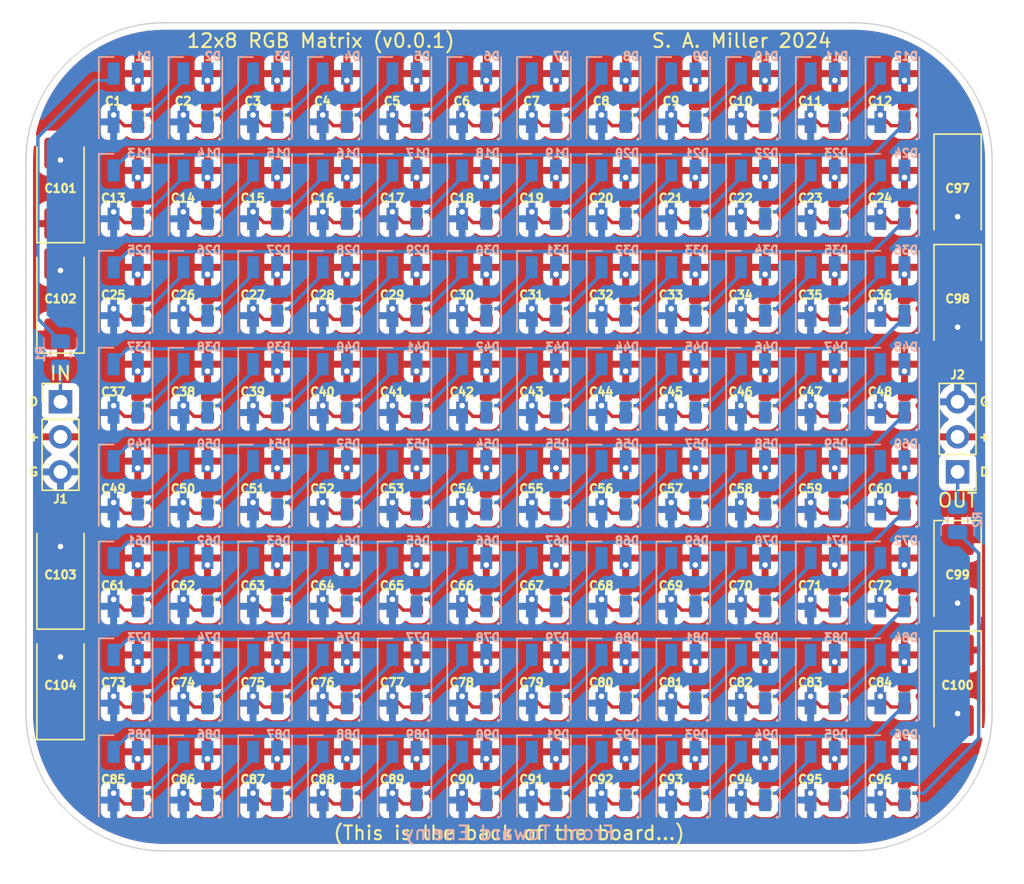
<source format=kicad_pcb>
(kicad_pcb (version 20211014) (generator pcbnew)
  (title_block (title "12x8 RGB Matrix") (rev "0.0.1") (company "The Nerd Mage"))
  (layers (0 "F.Cu" signal) (31 "B.Cu" signal) (34 "B.Paste" user) (35 "F.Paste" user) (36 "B.SilkS" user "B.Silkscreen") (37 "F.SilkS" user "F.Silkscreen") (38 "B.Mask" user) (39 "F.Mask" user) (44 "Edge.Cuts" user))
  (net 0 "")
  (net 1 "Net-(D1-Pad1)")
  (net 2 "Net-(D2-Pad1)")
  (net 3 "Net-(D3-Pad1)")
  (net 4 "Net-(D5-Pad1)")
  (net 5 "Net-(D4-Pad1)")
  (net 6 "Net-(D12-Pad1)")
  (net 7 "Net-(D13-Pad1)")
  (net 8 "Net-(D14-Pad1)")
  (net 9 "Net-(D16-Pad1)")
  (net 10 "Net-(D25-Pad1)")
  (net 11 "Net-(D26-Pad1)")
  (net 12 "Net-(D27-Pad1)")
  (net 13 "Net-(D28-Pad1)")
  (net 14 "Net-(D37-Pad1)")
  (net 15 "Net-(D38-Pad1)")
  (net 16 "Net-(D39-Pad1)")
  (net 17 "Net-(D40-Pad1)")
  (net 18 "Net-(D15-Pad1)")
  (net 19 "Net-(D17-Pad1)")
  (net 20 "Net-(D51-Pad1)")
  (net 21 "Net-(D52-Pad1)")
  (net 22 "Net-(D20-Pad1)")
  (net 23 "Net-(D21-Pad1)")
  (net 24 "Net-(D24-Pad1)")
  (net 25 "Net-(D64-Pad1)")
  (net 26 "Net-(D29-Pad1)")
  (net 27 "Net-(D74-Pad1)")
  (net 28 "Net-(D75-Pad1)")
  (net 29 "Net-(D76-Pad1)")
  (net 30 "Net-(D85-Pad1)")
  (net 31 "Net-(D86-Pad1)")
  (net 32 "Net-(D87-Pad1)")
  (net 33 "Net-(D88-Pad1)")
  (net 34 "GND")
  (net 35 "+5V")
  (net 36 "Net-(D33-Pad1)")
  (net 37 "Net-(D90-Pad1)")
  (net 38 "Net-(D36-Pad1)")
  (net 39 "Net-(D92-Pad1)")
  (net 40 "Net-(D41-Pad1)")
  (net 41 "Net-(D45-Pad1)")
  (net 42 "Net-(D48-Pad1)")
  (net 43 "Net-(D49-Pad1)")
  (net 44 "Net-(D6-Pad1)")
  (net 45 "Net-(D7-Pad1)")
  (net 46 "Net-(D8-Pad1)")
  (net 47 "Net-(D10-Pad3)")
  (net 48 "Net-(D10-Pad1)")
  (net 49 "Net-(D11-Pad1)")
  (net 50 "Net-(D50-Pad1)")
  (net 51 "Net-(D18-Pad1)")
  (net 52 "Net-(D19-Pad1)")
  (net 53 "Net-(D56-Pad1)")
  (net 54 "Net-(D57-Pad1)")
  (net 55 "Net-(D22-Pad1)")
  (net 56 "Net-(D23-Pad1)")
  (net 57 "Net-(D60-Pad1)")
  (net 58 "Net-(D30-Pad1)")
  (net 59 "Net-(D31-Pad1)")
  (net 60 "Net-(D32-Pad1)")
  (net 61 "Net-(D61-Pad1)")
  (net 62 "Net-(D34-Pad1)")
  (net 63 "Net-(D35-Pad1)")
  (net 64 "Net-(D62-Pad1)")
  (net 65 "Net-(D42-Pad1)")
  (net 66 "Net-(D43-Pad1)")
  (net 67 "Net-(D44-Pad1)")
  (net 68 "Net-(D63-Pad1)")
  (net 69 "Net-(D46-Pad1)")
  (net 70 "Net-(D47-Pad1)")
  (net 71 "Net-(D53-Pad1)")
  (net 72 "Net-(D54-Pad1)")
  (net 73 "Net-(D55-Pad1)")
  (net 74 "Net-(D66-Pad1)")
  (net 75 "Net-(D68-Pad1)")
  (net 76 "Net-(D58-Pad1)")
  (net 77 "Net-(D59-Pad1)")
  (net 78 "Net-(D65-Pad1)")
  (net 79 "Net-(D69-Pad1)")
  (net 80 "Net-(D67-Pad1)")
  (net 81 "Net-(D72-Pad1)")
  (net 82 "Net-(D73-Pad1)")
  (net 83 "Net-(D70-Pad1)")
  (net 84 "Net-(D71-Pad1)")
  (net 85 "Net-(D77-Pad1)")
  (net 86 "Net-(D78-Pad1)")
  (net 87 "Net-(D79-Pad1)")
  (net 88 "Net-(D80-Pad1)")
  (net 89 "Net-(D81-Pad1)")
  (net 90 "Net-(D82-Pad1)")
  (net 91 "Net-(D83-Pad1)")
  (net 92 "Net-(D84-Pad1)")
  (net 93 "Net-(D89-Pad1)")
  (net 94 "Net-(D91-Pad1)")
  (net 95 "Net-(D93-Pad1)")
  (net 96 "Net-(D94-Pad1)")
  (net 97 "Net-(D95-Pad1)")
  (net 98 "Net-(D96-Pad1)")
  (net 99 "Net-(D1-Pad3)")
  (net 100 "Net-(J1-Pad1)")
  (net 101 "Net-(J2-Pad1)")
  (footprint "Capacitor_SMD:C_0603_1608Metric" (layer "F.Cu") (at 118.55 104.76 -90)
    (fp_text reference "C58")
    (fp_text value "0.1")
  )
  (footprint "Capacitor_SMD:C_0603_1608Metric" (layer "F.Cu") (at 108.45 83.7 -90)
    (fp_text reference "C20")
    (fp_text value "0.1")
  )
  (footprint "Capacitor_SMD:C_0603_1608Metric" (layer "F.Cu") (at 113.5 97.74 -90)
    (fp_text reference "C45")
    (fp_text value "0.1")
  )
  (footprint "Capacitor_SMD:C_0603_1608Metric" (layer "F.Cu") (at 118.55 118.8 -90)
    (fp_text reference "C82")
    (fp_text value "0.1")
  )
  (footprint "Capacitor_SMD:C_0603_1608Metric" (layer "F.Cu") (at 78.15 104.76 -90)
    (fp_text reference "C50")
    (fp_text value "0.1")
  )
  (footprint "Capacitor_SMD:C_0603_1608Metric" (layer "F.Cu") (at 98.35 83.7 -90)
    (fp_text reference "C18")
    (fp_text value "0.1")
  )
  (footprint "Capacitor_SMD:C_0603_1608Metric" (layer "F.Cu") (at 93.3 97.74 -90)
    (fp_text reference "C41")
    (fp_text value "0.1")
  )
  (footprint "Capacitor_SMD:C_0603_1608Metric" (layer "F.Cu") (at 123.6 90.72 -90)
    (fp_text reference "C35")
    (fp_text value "0.1")
  )
  (footprint "Capacitor_SMD:C_0603_1608Metric" (layer "F.Cu") (at 103.4 111.78 -90)
    (fp_text reference "C67")
    (fp_text value "0.1")
  )
  (footprint "Capacitor_SMD:C_0603_1608Metric" (layer "F.Cu") (at 128.65 90.72 -90)
    (fp_text reference "C36")
    (fp_text value "0.1")
  )
  (footprint "Capacitor_SMD:C_0603_1608Metric" (layer "F.Cu") (at 88.25 125.82 -90)
    (fp_text reference "C88")
    (fp_text value "0.1")
  )
  (footprint "Capacitor_Tantalum_SMD:CP_EIA-6032-28_Kemet-C_Pad2.25x2.35mm_HandSolder" (layer "F.Cu") (at 67.5 110 90)
    (fp_text reference "C103")
    (fp_text value "100uf")
  )
  (footprint "Capacitor_SMD:C_0603_1608Metric" (layer "F.Cu") (at 83.2 83.7 -90)
    (fp_text reference "C15")
    (fp_text value "0.1")
  )
  (footprint "Capacitor_Tantalum_SMD:CP_EIA-6032-28_Kemet-C_Pad2.25x2.35mm_HandSolder" (layer "F.Cu") (at 67.5 90 90)
    (fp_text reference "C102")
    (fp_text value "100uf")
  )
  (footprint "Capacitor_SMD:C_0603_1608Metric" (layer "F.Cu") (at 93.3 118.8 -90)
    (fp_text reference "C77")
    (fp_text value "0.1")
  )
  (footprint "Capacitor_SMD:C_0603_1608Metric" (layer "F.Cu") (at 108.45 104.76 -90)
    (fp_text reference "C56")
    (fp_text value "0.1")
  )
  (footprint "Capacitor_SMD:C_0603_1608Metric" (layer "F.Cu") (at 123.6 111.78 -90)
    (fp_text reference "C71")
    (fp_text value "0.1")
  )
  (footprint "Capacitor_SMD:C_0603_1608Metric" (layer "F.Cu") (at 78.15 76.68 -90)
    (fp_text reference "C2")
    (fp_text value "0.1")
  )
  (footprint "Capacitor_SMD:C_0603_1608Metric" (layer "F.Cu") (at 98.35 118.8 -90)
    (fp_text reference "C78")
    (fp_text value "0.1")
  )
  (footprint "Capacitor_SMD:C_0603_1608Metric" (layer "F.Cu") (at 123.6 76.68 -90)
    (fp_text reference "C11")
    (fp_text value "0.1")
  )
  (footprint "Capacitor_SMD:C_0603_1608Metric" (layer "F.Cu") (at 98.35 104.76 -90)
    (fp_text reference "C54")
    (fp_text value "0.1")
  )
  (footprint "Capacitor_SMD:C_0603_1608Metric" (layer "F.Cu") (at 108.45 90.72 -90)
    (fp_text reference "C32")
    (fp_text value "0.1")
  )
  (footprint "Capacitor_SMD:C_0603_1608Metric" (layer "F.Cu") (at 88.25 104.76 -90)
    (fp_text reference "C52")
    (fp_text value "0.1")
  )
  (footprint "Capacitor_SMD:C_0603_1608Metric" (layer "F.Cu") (at 118.55 76.68 -90)
    (fp_text reference "C10")
    (fp_text value "0.1")
  )
  (footprint "Capacitor_SMD:C_0603_1608Metric" (layer "F.Cu") (at 98.35 90.72 -90)
    (fp_text reference "C30")
    (fp_text value "0.1")
  )
  (footprint "Capacitor_SMD:C_0603_1608Metric" (layer "F.Cu") (at 103.4 90.72 -90)
    (fp_text reference "C31")
    (fp_text value "0.1")
  )
  (footprint "Capacitor_SMD:C_0603_1608Metric" (layer "F.Cu") (at 88.25 111.78 -90)
    (fp_text reference "C64")
    (fp_text value "0.1")
  )
  (footprint "Capacitor_SMD:C_0603_1608Metric" (layer "F.Cu") (at 98.35 76.68 -90)
    (fp_text reference "C6")
    (fp_text value "0.1")
  )
  (footprint "Capacitor_SMD:C_0603_1608Metric" (layer "F.Cu") (at 118.55 83.7 -90)
    (fp_text reference "C22")
    (fp_text value "0.1")
  )
  (footprint "Capacitor_SMD:C_0603_1608Metric" (layer "F.Cu") (at 103.4 118.8 -90)
    (fp_text reference "C79")
    (fp_text value "0.1")
  )
  (footprint "Capacitor_Tantalum_SMD:CP_EIA-6032-28_Kemet-C_Pad2.25x2.35mm_HandSolder" (layer "F.Cu") (at 67.5 82 90)
    (fp_text reference "C101")
    (fp_text value "100uf")
  )
  (footprint "Capacitor_SMD:C_0603_1608Metric" (layer "F.Cu") (at 103.4 125.82 -90)
    (fp_text reference "C91")
    (fp_text value "0.1")
  )
  (footprint "Capacitor_Tantalum_SMD:CP_EIA-6032-28_Kemet-C_Pad2.25x2.35mm_HandSolder" (layer "F.Cu") (at 132.5 90 -90)
    (fp_text reference "C98")
    (fp_text value "100uf")
  )
  (footprint "Capacitor_SMD:C_0603_1608Metric" (layer "F.Cu") (at 78.15 111.78 -90)
    (fp_text reference "C62")
    (fp_text value "0.1")
  )
  (footprint "Capacitor_SMD:C_0603_1608Metric" (layer "F.Cu") (at 123.6 125.82 -90)
    (fp_text reference "C95")
    (fp_text value "0.1")
  )
  (footprint "Capacitor_SMD:C_0603_1608Metric" (layer "F.Cu") (at 88.25 118.8 -90)
    (fp_text reference "C76")
    (fp_text value "0.1")
  )
  (footprint "Capacitor_SMD:C_0603_1608Metric" (layer "F.Cu") (at 128.65 76.68 -90)
    (fp_text reference "C12")
    (fp_text value "0.1")
  )
  (footprint "Capacitor_SMD:C_0603_1608Metric" (layer "F.Cu") (at 88.25 76.68 -90)
    (fp_text reference "C4")
    (fp_text value "0.1")
  )
  (footprint "Capacitor_SMD:C_0603_1608Metric" (layer "F.Cu") (at 108.45 118.8 -90)
    (fp_text reference "C80")
    (fp_text value "0.1")
  )
  (footprint "Capacitor_SMD:C_0603_1608Metric" (layer "F.Cu") (at 128.65 111.78 -90)
    (fp_text reference "C72")
    (fp_text value "0.1")
  )
  (footprint "Capacitor_SMD:C_0603_1608Metric" (layer "F.Cu") (at 118.55 111.78 -90)
    (fp_text reference "C70")
    (fp_text value "0.1")
  )
  (footprint "Capacitor_SMD:C_0603_1608Metric" (layer "F.Cu") (at 73.1 83.7 -90)
    (fp_text reference "C13")
    (fp_text value "0.1")
  )
  (footprint "Capacitor_Tantalum_SMD:CP_EIA-6032-28_Kemet-C_Pad2.25x2.35mm_HandSolder" (layer "F.Cu") (at 132.5 118 -90)
    (fp_text reference "C100")
    (fp_text value "100uf")
  )
  (footprint "Capacitor_SMD:C_0603_1608Metric" (layer "F.Cu") (at 113.5 104.76 -90)
    (fp_text reference "C57")
    (fp_text value "0.1")
  )
  (footprint "Connector_PinHeader_2.54mm:PinHeader_1x03_P2.54mm_Vertical" (layer "F.Cu") (at 67.5 97.46)
    (fp_text reference "J1")
    (fp_text value "Conn_01x03_Male")
  )
  (footprint "Capacitor_SMD:C_0603_1608Metric" (layer "F.Cu") (at 123.6 118.8 -90)
    (fp_text reference "C83")
    (fp_text value "0.1")
  )
  (footprint "Capacitor_SMD:C_0603_1608Metric" (layer "F.Cu") (at 78.15 90.72 -90)
    (fp_text reference "C26")
    (fp_text value "0.1")
  )
  (footprint "Capacitor_SMD:C_0603_1608Metric" (layer "F.Cu") (at 113.5 125.82 -90)
    (fp_text reference "C93")
    (fp_text value "0.1")
  )
  (footprint "Capacitor_SMD:C_0603_1608Metric" (layer "F.Cu") (at 83.2 111.78 -90)
    (fp_text reference "C63")
    (fp_text value "0.1")
  )
  (footprint "Capacitor_SMD:C_0603_1608Metric" (layer "F.Cu") (at 83.2 125.82 -90)
    (fp_text reference "C87")
    (fp_text value "0.1")
  )
  (footprint "Capacitor_SMD:C_0603_1608Metric" (layer "F.Cu") (at 123.6 104.76 -90)
    (fp_text reference "C59")
    (fp_text value "0.1")
  )
  (footprint "Capacitor_SMD:C_0603_1608Metric" (layer "F.Cu") (at 98.35 97.74 -90)
    (fp_text reference "C42")
    (fp_text value "0.1")
  )
  (footprint "Capacitor_SMD:C_0603_1608Metric" (layer "F.Cu") (at 73.1 111.78 -90)
    (fp_text reference "C61")
    (fp_text value "0.1")
  )
  (footprint "Capacitor_SMD:C_0603_1608Metric" (layer "F.Cu") (at 88.25 90.72 -90)
    (fp_text reference "C28")
    (fp_text value "0.1")
  )
  (footprint "Capacitor_SMD:C_0603_1608Metric" (layer "F.Cu") (at 98.35 111.78 -90)
    (fp_text reference "C66")
    (fp_text value "0.1")
  )
  (footprint "Capacitor_SMD:C_0603_1608Metric" (layer "F.Cu") (at 93.3 83.7 -90)
    (fp_text reference "C17")
    (fp_text value "0.1")
  )
  (footprint "Capacitor_SMD:C_0603_1608Metric" (layer "F.Cu") (at 123.6 97.74 -90)
    (fp_text reference "C47")
    (fp_text value "0.1")
  )
  (footprint "Capacitor_SMD:C_0603_1608Metric" (layer "F.Cu") (at 108.45 125.82 -90)
    (fp_text reference "C92")
    (fp_text value "0.1")
  )
  (footprint "Capacitor_SMD:C_0603_1608Metric" (layer "F.Cu") (at 78.15 97.74 -90)
    (fp_text reference "C38")
    (fp_text value "0.1")
  )
  (footprint "Capacitor_SMD:C_0603_1608Metric" (layer "F.Cu") (at 88.25 83.7 -90)
    (fp_text reference "C16")
    (fp_text value "0.1")
  )
  (footprint "Capacitor_SMD:C_0603_1608Metric" (layer "F.Cu") (at 73.1 125.82 -90)
    (fp_text reference "C85")
    (fp_text value "0.1")
  )
  (footprint "Capacitor_SMD:C_0603_1608Metric" (layer "F.Cu") (at 78.15 118.8 -90)
    (fp_text reference "C74")
    (fp_text value "0.1")
  )
  (footprint "Capacitor_SMD:C_0603_1608Metric" (layer "F.Cu") (at 123.6 83.7 -90)
    (fp_text reference "C23")
    (fp_text value "0.1")
  )
  (footprint "Capacitor_SMD:C_0603_1608Metric" (layer "F.Cu") (at 83.2 104.76 -90)
    (fp_text reference "C51")
    (fp_text value "0.1")
  )
  (footprint "Capacitor_SMD:C_0603_1608Metric" (layer "F.Cu") (at 93.3 90.72 -90)
    (fp_text reference "C29")
    (fp_text value "0.1")
  )
  (footprint "Capacitor_SMD:C_0603_1608Metric" (layer "F.Cu") (at 113.5 76.68 -90)
    (fp_text reference "C9")
    (fp_text value "0.1")
  )
  (footprint "Capacitor_SMD:C_0603_1608Metric" (layer "F.Cu") (at 78.15 83.7 -90)
    (fp_text reference "C14")
    (fp_text value "0.1")
  )
  (footprint "Capacitor_SMD:C_0603_1608Metric" (layer "F.Cu") (at 73.1 118.8 -90)
    (fp_text reference "C73")
    (fp_text value "0.1")
  )
  (footprint "Capacitor_Tantalum_SMD:CP_EIA-6032-28_Kemet-C_Pad2.25x2.35mm_HandSolder" (layer "F.Cu") (at 132.5 110 -90)
    (fp_text reference "C99")
    (fp_text value "100uf")
  )
  (footprint "Capacitor_Tantalum_SMD:CP_EIA-6032-28_Kemet-C_Pad2.25x2.35mm_HandSolder" (layer "F.Cu") (at 67.5 118 90)
    (fp_text reference "C104")
    (fp_text value "100uf")
  )
  (footprint "Capacitor_SMD:C_0603_1608Metric" (layer "F.Cu") (at 103.4 76.68 -90)
    (fp_text reference "C7")
    (fp_text value "0.1")
  )
  (footprint "Capacitor_SMD:C_0603_1608Metric" (layer "F.Cu") (at 113.5 90.72 -90)
    (fp_text reference "C33")
    (fp_text value "0.1")
  )
  (footprint "Capacitor_SMD:C_0603_1608Metric" (layer "F.Cu") (at 98.35 125.82 -90)
    (fp_text reference "C90")
    (fp_text value "0.1")
  )
  (footprint "Capacitor_SMD:C_0603_1608Metric" (layer "F.Cu") (at 108.45 97.74 -90)
    (fp_text reference "C44")
    (fp_text value "0.1")
  )
  (footprint "Capacitor_SMD:C_0603_1608Metric" (layer "F.Cu") (at 88.25 97.74 -90)
    (fp_text reference "C40")
    (fp_text value "0.1")
  )
  (footprint "Capacitor_SMD:C_0603_1608Metric" (layer "F.Cu") (at 128.65 118.8 -90)
    (fp_text reference "C84")
    (fp_text value "0.1")
  )
  (footprint "Capacitor_SMD:C_0603_1608Metric" (layer "F.Cu") (at 113.5 83.7 -90)
    (fp_text reference "C21")
    (fp_text value "0.1")
  )
  (footprint "Capacitor_SMD:C_0603_1608Metric" (layer "F.Cu") (at 108.45 111.78 -90)
    (fp_text reference "C68")
    (fp_text value "0.1")
  )
  (footprint "Capacitor_SMD:C_0603_1608Metric" (layer "F.Cu") (at 83.2 118.8 -90)
    (fp_text reference "C75")
    (fp_text value "0.1")
  )
  (footprint "Capacitor_SMD:C_0603_1608Metric" (layer "F.Cu") (at 113.5 111.78 -90)
    (fp_text reference "C69")
    (fp_text value "0.1")
  )
  (footprint "Capacitor_SMD:C_0603_1608Metric" (layer "F.Cu") (at 73.1 97.74 -90)
    (fp_text reference "C37")
    (fp_text value "0.1")
  )
  (footprint "Capacitor_SMD:C_0603_1608Metric" (layer "F.Cu") (at 83.2 90.72 -90)
    (fp_text reference "C27")
    (fp_text value "0.1")
  )
  (footprint "Connector_PinHeader_2.54mm:PinHeader_1x03_P2.54mm_Vertical" (layer "F.Cu") (at 132.5 102.54 180)
    (fp_text reference "J2")
    (fp_text value "Conn_01x03_Male")
  )
  (footprint "Capacitor_SMD:C_0603_1608Metric" (layer "F.Cu") (at 118.55 97.74 -90)
    (fp_text reference "C46")
    (fp_text value "0.1")
  )
  (footprint "Capacitor_SMD:C_0603_1608Metric" (layer "F.Cu") (at 128.65 97.74 -90)
    (fp_text reference "C48")
    (fp_text value "0.1")
  )
  (footprint "Capacitor_SMD:C_0603_1608Metric" (layer "F.Cu") (at 103.4 83.7 -90)
    (fp_text reference "C19")
    (fp_text value "0.1")
  )
  (footprint "Capacitor_SMD:C_0603_1608Metric" (layer "F.Cu") (at 118.55 125.82 -90)
    (fp_text reference "C94")
    (fp_text value "0.1")
  )
  (footprint "Capacitor_SMD:C_0603_1608Metric" (layer "F.Cu") (at 128.65 83.7 -90)
    (fp_text reference "C24")
    (fp_text value "0.1")
  )
  (footprint "Capacitor_SMD:C_0603_1608Metric" (layer "F.Cu") (at 93.3 111.78 -90)
    (fp_text reference "C65")
    (fp_text value "0.1")
  )
  (footprint "Capacitor_SMD:C_0603_1608Metric" (layer "F.Cu") (at 93.3 104.76 -90)
    (fp_text reference "C53")
    (fp_text value "0.1")
  )
  (footprint "Capacitor_SMD:C_0603_1608Metric" (layer "F.Cu") (at 73.1 76.68 -90)
    (fp_text reference "C1")
    (fp_text value "0.1")
  )
  (footprint "Capacitor_SMD:C_0603_1608Metric" (layer "F.Cu") (at 128.65 125.82 -90)
    (fp_text reference "C96")
    (fp_text value "0.1")
  )
  (footprint "Capacitor_SMD:C_0603_1608Metric" (layer "F.Cu") (at 128.65 104.76 -90)
    (fp_text reference "C60")
    (fp_text value "0.1")
  )
  (footprint "Capacitor_Tantalum_SMD:CP_EIA-6032-28_Kemet-C_Pad2.25x2.35mm_HandSolder" (layer "F.Cu") (at 132.5 82 -90)
    (fp_text reference "C97")
    (fp_text value "100uf")
  )
  (footprint "Capacitor_SMD:C_0603_1608Metric" (layer "F.Cu") (at 108.45 76.68 -90)
    (fp_text reference "C8")
    (fp_text value "0.1")
  )
  (footprint "Capacitor_SMD:C_0603_1608Metric" (layer "F.Cu") (at 93.3 76.68 -90)
    (fp_text reference "C5")
    (fp_text value "0.1")
  )
  (footprint "Capacitor_SMD:C_0603_1608Metric" (layer "F.Cu") (at 103.4 97.74 -90)
    (fp_text reference "C43")
    (fp_text value "0.1")
  )
  (footprint "Capacitor_SMD:C_0603_1608Metric" (layer "F.Cu") (at 83.2 97.74 -90)
    (fp_text reference "C39")
    (fp_text value "0.1")
  )
  (footprint "Capacitor_SMD:C_0603_1608Metric" (layer "F.Cu") (at 78.15 125.82 -90)
    (fp_text reference "C86")
    (fp_text value "0.1")
  )
  (footprint "Capacitor_SMD:C_0603_1608Metric" (layer "F.Cu") (at 73.1 104.76 -90)
    (fp_text reference "C49")
    (fp_text value "0.1")
  )
  (footprint "Capacitor_SMD:C_0603_1608Metric" (layer "F.Cu") (at 113.5 118.8 -90)
    (fp_text reference "C81")
    (fp_text value "0.1")
  )
  (footprint "Capacitor_SMD:C_0603_1608Metric" (layer "F.Cu") (at 73.1 90.72 -90)
    (fp_text reference "C25")
    (fp_text value "0.1")
  )
  (footprint "Capacitor_SMD:C_0603_1608Metric" (layer "F.Cu") (at 118.55 90.72 -90)
    (fp_text reference "C34")
    (fp_text value "0.1")
  )
  (footprint "Capacitor_SMD:C_0603_1608Metric" (layer "F.Cu") (at 93.3 125.82 -90)
    (fp_text reference "C89")
    (fp_text value "0.1")
  )
  (footprint "Capacitor_SMD:C_0603_1608Metric" (layer "F.Cu") (at 103.4 104.76 -90)
    (fp_text reference "C55")
    (fp_text value "0.1")
  )
  (footprint "Capacitor_SMD:C_0603_1608Metric" (layer "F.Cu") (at 83.2 76.68 -90)
    (fp_text reference "C3")
    (fp_text value "0.1")
  )
  (footprint "tightstuff:LED_SK6812MINI_PLCC4_3.5x3.5mm_P1.75mm" (layer "B.Cu") (at 77.275 75.43 90)
    (fp_text reference "D2")
    (fp_text value "SK6812MINI")
  )
  (footprint "tightstuff:LED_SK6812MINI_PLCC4_3.5x3.5mm_P1.75mm" (layer "B.Cu") (at 92.425 124.57 90)
    (fp_text reference "D89")
    (fp_text value "SK6812MINI")
  )
  (footprint "tightstuff:LED_SK6812MINI_PLCC4_3.5x3.5mm_P1.75mm" (layer "B.Cu") (at 127.775 117.55 90)
    (fp_text reference "D84")
    (fp_text value "SK6812MINI")
  )
  (footprint "tightstuff:LED_SK6812MINI_PLCC4_3.5x3.5mm_P1.75mm" (layer "B.Cu") (at 127.775 89.47 90)
    (fp_text reference "D36")
    (fp_text value "SK6812MINI")
  )
  (footprint "tightstuff:LED_SK6812MINI_PLCC4_3.5x3.5mm_P1.75mm" (layer "B.Cu") (at 122.725 124.57 90)
    (fp_text reference "D95")
    (fp_text value "SK6812MINI")
  )
  (footprint "tightstuff:LED_SK6812MINI_PLCC4_3.5x3.5mm_P1.75mm" (layer "B.Cu") (at 102.525 117.55 90)
    (fp_text reference "D79")
    (fp_text value "SK6812MINI")
  )
  (footprint "tightstuff:LED_SK6812MINI_PLCC4_3.5x3.5mm_P1.75mm" (layer "B.Cu") (at 92.425 117.55 90)
    (fp_text reference "D77")
    (fp_text value "SK6812MINI")
  )
  (footprint "tightstuff:LED_SK6812MINI_PLCC4_3.5x3.5mm_P1.75mm" (layer "B.Cu") (at 122.725 89.47 90)
    (fp_text reference "D35")
    (fp_text value "SK6812MINI")
  )
  (footprint "tightstuff:LED_SK6812MINI_PLCC4_3.5x3.5mm_P1.75mm" (layer "B.Cu") (at 107.575 96.49 90)
    (fp_text reference "D44")
    (fp_text value "SK6812MINI")
  )
  (footprint "tightstuff:LED_SK6812MINI_PLCC4_3.5x3.5mm_P1.75mm" (layer "B.Cu") (at 117.675 75.43 90)
    (fp_text reference "D10")
    (fp_text value "SK6812MINI")
  )
  (footprint "tightstuff:LED_SK6812MINI_PLCC4_3.5x3.5mm_P1.75mm" (layer "B.Cu") (at 87.375 110.53 90)
    (fp_text reference "D64")
    (fp_text value "SK6812MINI")
  )
  (footprint "tightstuff:LED_SK6812MINI_PLCC4_3.5x3.5mm_P1.75mm" (layer "B.Cu") (at 117.675 96.49 90)
    (fp_text reference "D46")
    (fp_text value "SK6812MINI")
  )
  (footprint "tightstuff:LED_SK6812MINI_PLCC4_3.5x3.5mm_P1.75mm" (layer "B.Cu") (at 82.325 96.49 90)
    (fp_text reference "D39")
    (fp_text value "SK6812MINI")
  )
  (footprint "tightstuff:LED_SK6812MINI_PLCC4_3.5x3.5mm_P1.75mm" (layer "B.Cu") (at 117.675 110.53 90)
    (fp_text reference "D70")
    (fp_text value "SK6812MINI")
  )
  (footprint "tightstuff:LED_SK6812MINI_PLCC4_3.5x3.5mm_P1.75mm" (layer "B.Cu") (at 107.575 110.53 90)
    (fp_text reference "D68")
    (fp_text value "SK6812MINI")
  )
  (footprint "tightstuff:LED_SK6812MINI_PLCC4_3.5x3.5mm_P1.75mm" (layer "B.Cu") (at 77.275 82.45 90)
    (fp_text reference "D14")
    (fp_text value "SK6812MINI")
  )
  (footprint "tightstuff:LED_SK6812MINI_PLCC4_3.5x3.5mm_P1.75mm" (layer "B.Cu") (at 87.375 75.43 90)
    (fp_text reference "D4")
    (fp_text value "SK6812MINI")
  )
  (footprint "tightstuff:LED_SK6812MINI_PLCC4_3.5x3.5mm_P1.75mm" (layer "B.Cu") (at 122.725 117.55 90)
    (fp_text reference "D83")
    (fp_text value "SK6812MINI")
  )
  (footprint "tightstuff:LED_SK6812MINI_PLCC4_3.5x3.5mm_P1.75mm" (layer "B.Cu") (at 127.775 75.43 90)
    (fp_text reference "D12")
    (fp_text value "SK6812MINI")
  )
  (footprint "tightstuff:LED_SK6812MINI_PLCC4_3.5x3.5mm_P1.75mm" (layer "B.Cu") (at 97.475 96.49 90)
    (fp_text reference "D42")
    (fp_text value "SK6812MINI")
  )
  (footprint "tightstuff:LED_SK6812MINI_PLCC4_3.5x3.5mm_P1.75mm" (layer "B.Cu") (at 82.325 103.51 90)
    (fp_text reference "D51")
    (fp_text value "SK6812MINI")
  )
  (footprint "tightstuff:LED_SK6812MINI_PLCC4_3.5x3.5mm_P1.75mm" (layer "B.Cu") (at 72.225 103.51 90)
    (fp_text reference "D49")
    (fp_text value "SK6812MINI")
  )
  (footprint "tightstuff:LED_SK6812MINI_PLCC4_3.5x3.5mm_P1.75mm" (layer "B.Cu") (at 122.725 75.43 90)
    (fp_text reference "D11")
    (fp_text value "SK6812MINI")
  )
  (footprint "tightstuff:LED_SK6812MINI_PLCC4_3.5x3.5mm_P1.75mm" (layer "B.Cu") (at 97.475 124.57 90)
    (fp_text reference "D90")
    (fp_text value "SK6812MINI")
  )
  (footprint "tightstuff:LED_SK6812MINI_PLCC4_3.5x3.5mm_P1.75mm" (layer "B.Cu") (at 82.325 110.53 90)
    (fp_text reference "D63")
    (fp_text value "SK6812MINI")
  )
  (footprint "tightstuff:LED_SK6812MINI_PLCC4_3.5x3.5mm_P1.75mm" (layer "B.Cu") (at 77.275 89.47 90)
    (fp_text reference "D26")
    (fp_text value "SK6812MINI")
  )
  (footprint "tightstuff:LED_SK6812MINI_PLCC4_3.5x3.5mm_P1.75mm" (layer "B.Cu") (at 127.775 110.53 90)
    (fp_text reference "D72")
    (fp_text value "SK6812MINI")
  )
  (footprint "tightstuff:LED_SK6812MINI_PLCC4_3.5x3.5mm_P1.75mm" (layer "B.Cu") (at 117.675 103.51 90)
    (fp_text reference "D58")
    (fp_text value "SK6812MINI")
  )
  (footprint "tightstuff:LED_SK6812MINI_PLCC4_3.5x3.5mm_P1.75mm" (layer "B.Cu") (at 117.675 124.57 90)
    (fp_text reference "D94")
    (fp_text value "SK6812MINI")
  )
  (footprint "tightstuff:LED_SK6812MINI_PLCC4_3.5x3.5mm_P1.75mm" (layer "B.Cu") (at 97.475 75.43 90)
    (fp_text reference "D6")
    (fp_text value "SK6812MINI")
  )
  (footprint "tightstuff:LED_SK6812MINI_PLCC4_3.5x3.5mm_P1.75mm" (layer "B.Cu") (at 77.275 96.49 90)
    (fp_text reference "D38")
    (fp_text value "SK6812MINI")
  )
  (footprint "tightstuff:LED_SK6812MINI_PLCC4_3.5x3.5mm_P1.75mm" (layer "B.Cu") (at 127.775 96.49 90)
    (fp_text reference "D48")
    (fp_text value "SK6812MINI")
  )
  (footprint "tightstuff:LED_SK6812MINI_PLCC4_3.5x3.5mm_P1.75mm" (layer "B.Cu") (at 102.525 75.43 90)
    (fp_text reference "D7")
    (fp_text value "SK6812MINI")
  )
  (footprint "tightstuff:LED_SK6812MINI_PLCC4_3.5x3.5mm_P1.75mm" (layer "B.Cu") (at 117.675 89.47 90)
    (fp_text reference "D34")
    (fp_text value "SK6812MINI")
  )
  (footprint "tightstuff:LED_SK6812MINI_PLCC4_3.5x3.5mm_P1.75mm" (layer "B.Cu") (at 77.275 117.55 90)
    (fp_text reference "D74")
    (fp_text value "SK6812MINI")
  )
  (footprint "tightstuff:LED_SK6812MINI_PLCC4_3.5x3.5mm_P1.75mm" (layer "B.Cu") (at 72.225 82.45 90)
    (fp_text reference "D13")
    (fp_text value "SK6812MINI")
  )
  (footprint "tightstuff:LED_SK6812MINI_PLCC4_3.5x3.5mm_P1.75mm" (layer "B.Cu") (at 97.475 82.45 90)
    (fp_text reference "D18")
    (fp_text value "SK6812MINI")
  )
  (footprint "tightstuff:LED_SK6812MINI_PLCC4_3.5x3.5mm_P1.75mm" (layer "B.Cu") (at 102.525 89.47 90)
    (fp_text reference "D31")
    (fp_text value "SK6812MINI")
  )
  (footprint "tightstuff:LED_SK6812MINI_PLCC4_3.5x3.5mm_P1.75mm" (layer "B.Cu") (at 72.225 75.43 90)
    (fp_text reference "D1")
    (fp_text value "SK6812MINI")
  )
  (footprint "tightstuff:LED_SK6812MINI_PLCC4_3.5x3.5mm_P1.75mm" (layer "B.Cu") (at 77.275 103.51 90)
    (fp_text reference "D50")
    (fp_text value "SK6812MINI")
  )
  (footprint "tightstuff:LED_SK6812MINI_PLCC4_3.5x3.5mm_P1.75mm" (layer "B.Cu") (at 107.575 117.55 90)
    (fp_text reference "D80")
    (fp_text value "SK6812MINI")
  )
  (footprint "tightstuff:LED_SK6812MINI_PLCC4_3.5x3.5mm_P1.75mm" (layer "B.Cu") (at 72.225 89.47 90)
    (fp_text reference "D25")
    (fp_text value "SK6812MINI")
  )
  (footprint "tightstuff:LED_SK6812MINI_PLCC4_3.5x3.5mm_P1.75mm" (layer "B.Cu") (at 112.625 89.47 90)
    (fp_text reference "D33")
    (fp_text value "SK6812MINI")
  )
  (footprint "tightstuff:LED_SK6812MINI_PLCC4_3.5x3.5mm_P1.75mm" (layer "B.Cu") (at 122.725 82.45 90)
    (fp_text reference "D23")
    (fp_text value "SK6812MINI")
  )
  (footprint "tightstuff:LED_SK6812MINI_PLCC4_3.5x3.5mm_P1.75mm" (layer "B.Cu") (at 87.375 103.51 90)
    (fp_text reference "D52")
    (fp_text value "SK6812MINI")
  )
  (footprint "tightstuff:LED_SK6812MINI_PLCC4_3.5x3.5mm_P1.75mm" (layer "B.Cu") (at 102.525 103.51 90)
    (fp_text reference "D55")
    (fp_text value "SK6812MINI")
  )
  (footprint "tightstuff:LED_SK6812MINI_PLCC4_3.5x3.5mm_P1.75mm" (layer "B.Cu") (at 107.575 103.51 90)
    (fp_text reference "D56")
    (fp_text value "SK6812MINI")
  )
  (footprint "Resistor_SMD:R_0805_2012Metric" (layer "B.Cu") (at 67.5 94 -90)
    (fp_text reference "R1")
    (fp_text value "500")
  )
  (footprint "tightstuff:LED_SK6812MINI_PLCC4_3.5x3.5mm_P1.75mm" (layer "B.Cu") (at 122.725 103.51 90)
    (fp_text reference "D59")
    (fp_text value "SK6812MINI")
  )
  (footprint "tightstuff:LED_SK6812MINI_PLCC4_3.5x3.5mm_P1.75mm" (layer "B.Cu") (at 127.775 124.57 90)
    (fp_text reference "D96")
    (fp_text value "SK6812MINI")
  )
  (footprint "tightstuff:LED_SK6812MINI_PLCC4_3.5x3.5mm_P1.75mm" (layer "B.Cu") (at 82.325 117.55 90)
    (fp_text reference "D75")
    (fp_text value "SK6812MINI")
  )
  (footprint "tightstuff:LED_SK6812MINI_PLCC4_3.5x3.5mm_P1.75mm" (layer "B.Cu") (at 77.275 110.53 90)
    (fp_text reference "D62")
    (fp_text value "SK6812MINI")
  )
  (footprint "tightstuff:LED_SK6812MINI_PLCC4_3.5x3.5mm_P1.75mm" (layer "B.Cu") (at 127.775 103.51 90)
    (fp_text reference "D60")
    (fp_text value "SK6812MINI")
  )
  (footprint "Resistor_SMD:R_0805_2012Metric" (layer "B.Cu") (at 132.5 106 90)
    (fp_text reference "R2")
    (fp_text value "500")
  )
  (footprint "tightstuff:LED_SK6812MINI_PLCC4_3.5x3.5mm_P1.75mm" (layer "B.Cu") (at 112.625 96.49 90)
    (fp_text reference "D45")
    (fp_text value "SK6812MINI")
  )
  (footprint "tightstuff:LED_SK6812MINI_PLCC4_3.5x3.5mm_P1.75mm" (layer "B.Cu") (at 87.375 89.47 90)
    (fp_text reference "D28")
    (fp_text value "SK6812MINI")
  )
  (footprint "tightstuff:LED_SK6812MINI_PLCC4_3.5x3.5mm_P1.75mm" (layer "B.Cu") (at 87.375 96.49 90)
    (fp_text reference "D40")
    (fp_text value "SK6812MINI")
  )
  (footprint "tightstuff:LED_SK6812MINI_PLCC4_3.5x3.5mm_P1.75mm" (layer "B.Cu") (at 102.525 96.49 90)
    (fp_text reference "D43")
    (fp_text value "SK6812MINI")
  )
  (footprint "tightstuff:LED_SK6812MINI_PLCC4_3.5x3.5mm_P1.75mm" (layer "B.Cu") (at 107.575 89.47 90)
    (fp_text reference "D32")
    (fp_text value "SK6812MINI")
  )
  (footprint "tightstuff:LED_SK6812MINI_PLCC4_3.5x3.5mm_P1.75mm" (layer "B.Cu") (at 102.525 124.57 90)
    (fp_text reference "D91")
    (fp_text value "SK6812MINI")
  )
  (footprint "tightstuff:LED_SK6812MINI_PLCC4_3.5x3.5mm_P1.75mm" (layer "B.Cu") (at 92.425 110.53 90)
    (fp_text reference "D65")
    (fp_text value "SK6812MINI")
  )
  (footprint "tightstuff:LED_SK6812MINI_PLCC4_3.5x3.5mm_P1.75mm" (layer "B.Cu") (at 92.425 82.45 90)
    (fp_text reference "D17")
    (fp_text value "SK6812MINI")
  )
  (footprint "tightstuff:LED_SK6812MINI_PLCC4_3.5x3.5mm_P1.75mm" (layer "B.Cu") (at 127.775 82.45 90)
    (fp_text reference "D24")
    (fp_text value "SK6812MINI")
  )
  (footprint "tightstuff:LED_SK6812MINI_PLCC4_3.5x3.5mm_P1.75mm" (layer "B.Cu") (at 92.425 75.43 90)
    (fp_text reference "D5")
    (fp_text value "SK6812MINI")
  )
  (footprint "tightstuff:LED_SK6812MINI_PLCC4_3.5x3.5mm_P1.75mm" (layer "B.Cu") (at 92.425 103.51 90)
    (fp_text reference "D53")
    (fp_text value "SK6812MINI")
  )
  (footprint "tightstuff:LED_SK6812MINI_PLCC4_3.5x3.5mm_P1.75mm" (layer "B.Cu") (at 97.475 110.53 90)
    (fp_text reference "D66")
    (fp_text value "SK6812MINI")
  )
  (footprint "tightstuff:LED_SK6812MINI_PLCC4_3.5x3.5mm_P1.75mm" (layer "B.Cu") (at 117.675 82.45 90)
    (fp_text reference "D22")
    (fp_text value "SK6812MINI")
  )
  (footprint "tightstuff:LED_SK6812MINI_PLCC4_3.5x3.5mm_P1.75mm" (layer "B.Cu") (at 97.475 117.55 90)
    (fp_text reference "D78")
    (fp_text value "SK6812MINI")
  )
  (footprint "tightstuff:LED_SK6812MINI_PLCC4_3.5x3.5mm_P1.75mm" (layer "B.Cu") (at 112.625 124.57 90)
    (fp_text reference "D93")
    (fp_text value "SK6812MINI")
  )
  (footprint "tightstuff:LED_SK6812MINI_PLCC4_3.5x3.5mm_P1.75mm" (layer "B.Cu") (at 122.725 96.49 90)
    (fp_text reference "D47")
    (fp_text value "SK6812MINI")
  )
  (footprint "tightstuff:LED_SK6812MINI_PLCC4_3.5x3.5mm_P1.75mm" (layer "B.Cu") (at 107.575 82.45 90)
    (fp_text reference "D20")
    (fp_text value "SK6812MINI")
  )
  (footprint "tightstuff:LED_SK6812MINI_PLCC4_3.5x3.5mm_P1.75mm" (layer "B.Cu") (at 97.475 103.51 90)
    (fp_text reference "D54")
    (fp_text value "SK6812MINI")
  )
  (footprint "tightstuff:LED_SK6812MINI_PLCC4_3.5x3.5mm_P1.75mm" (layer "B.Cu") (at 117.675 117.55 90)
    (fp_text reference "D82")
    (fp_text value "SK6812MINI")
  )
  (footprint "tightstuff:LED_SK6812MINI_PLCC4_3.5x3.5mm_P1.75mm" (layer "B.Cu") (at 87.375 117.55 90)
    (fp_text reference "D76")
    (fp_text value "SK6812MINI")
  )
  (footprint "tightstuff:LED_SK6812MINI_PLCC4_3.5x3.5mm_P1.75mm" (layer "B.Cu") (at 72.225 96.49 90)
    (fp_text reference "D37")
    (fp_text value "SK6812MINI")
  )
  (footprint "tightstuff:LED_SK6812MINI_PLCC4_3.5x3.5mm_P1.75mm" (layer "B.Cu") (at 82.325 75.43 90)
    (fp_text reference "D3")
    (fp_text value "SK6812MINI")
  )
  (footprint "tightstuff:LED_SK6812MINI_PLCC4_3.5x3.5mm_P1.75mm" (layer "B.Cu") (at 112.625 103.51 90)
    (fp_text reference "D57")
    (fp_text value "SK6812MINI")
  )
  (footprint "tightstuff:LED_SK6812MINI_PLCC4_3.5x3.5mm_P1.75mm" (layer "B.Cu") (at 87.375 82.45 90)
    (fp_text reference "D16")
    (fp_text value "SK6812MINI")
  )
  (footprint "tightstuff:LED_SK6812MINI_PLCC4_3.5x3.5mm_P1.75mm" (layer "B.Cu") (at 97.475 89.47 90)
    (fp_text reference "D30")
    (fp_text value "SK6812MINI")
  )
  (footprint "tightstuff:LED_SK6812MINI_PLCC4_3.5x3.5mm_P1.75mm" (layer "B.Cu") (at 72.225 110.53 90)
    (fp_text reference "D61")
    (fp_text value "SK6812MINI")
  )
  (footprint "tightstuff:LED_SK6812MINI_PLCC4_3.5x3.5mm_P1.75mm" (layer "B.Cu") (at 92.425 96.49 90)
    (fp_text reference "D41")
    (fp_text value "SK6812MINI")
  )
  (footprint "tightstuff:LED_SK6812MINI_PLCC4_3.5x3.5mm_P1.75mm" (layer "B.Cu") (at 112.625 75.43 90)
    (fp_text reference "D9")
    (fp_text value "SK6812MINI")
  )
  (footprint "tightstuff:LED_SK6812MINI_PLCC4_3.5x3.5mm_P1.75mm" (layer "B.Cu") (at 77.275 124.57 90)
    (fp_text reference "D86")
    (fp_text value "SK6812MINI")
  )
  (footprint "tightstuff:LED_SK6812MINI_PLCC4_3.5x3.5mm_P1.75mm" (layer "B.Cu") (at 82.325 124.57 90)
    (fp_text reference "D87")
    (fp_text value "SK6812MINI")
  )
  (footprint "tightstuff:LED_SK6812MINI_PLCC4_3.5x3.5mm_P1.75mm" (layer "B.Cu") (at 72.225 124.57 90)
    (fp_text reference "D85")
    (fp_text value "SK6812MINI")
  )
  (footprint "tightstuff:LED_SK6812MINI_PLCC4_3.5x3.5mm_P1.75mm" (layer "B.Cu") (at 87.375 124.57 90)
    (fp_text reference "D88")
    (fp_text value "SK6812MINI")
  )
  (footprint "tightstuff:LED_SK6812MINI_PLCC4_3.5x3.5mm_P1.75mm" (layer "B.Cu") (at 92.425 89.47 90)
    (fp_text reference "D29")
    (fp_text value "SK6812MINI")
  )
  (footprint "tightstuff:LED_SK6812MINI_PLCC4_3.5x3.5mm_P1.75mm" (layer "B.Cu") (at 112.625 110.53 90)
    (fp_text reference "D69")
    (fp_text value "SK6812MINI")
  )
  (footprint "tightstuff:LED_SK6812MINI_PLCC4_3.5x3.5mm_P1.75mm" (layer "B.Cu") (at 72.225 117.55 90)
    (fp_text reference "D73")
    (fp_text value "SK6812MINI")
  )
  (footprint "tightstuff:LED_SK6812MINI_PLCC4_3.5x3.5mm_P1.75mm" (layer "B.Cu") (at 82.325 89.47 90)
    (fp_text reference "D27")
    (fp_text value "SK6812MINI")
  )
  (footprint "tightstuff:LED_SK6812MINI_PLCC4_3.5x3.5mm_P1.75mm" (layer "B.Cu") (at 122.725 110.53 90)
    (fp_text reference "D71")
    (fp_text value "SK6812MINI")
  )
  (footprint "tightstuff:LED_SK6812MINI_PLCC4_3.5x3.5mm_P1.75mm" (layer "B.Cu") (at 102.525 110.53 90)
    (fp_text reference "D67")
    (fp_text value "SK6812MINI")
  )
  (footprint "tightstuff:LED_SK6812MINI_PLCC4_3.5x3.5mm_P1.75mm" (layer "B.Cu") (at 102.525 82.45 90)
    (fp_text reference "D19")
    (fp_text value "SK6812MINI")
  )
  (footprint "tightstuff:LED_SK6812MINI_PLCC4_3.5x3.5mm_P1.75mm" (layer "B.Cu") (at 82.325 82.45 90)
    (fp_text reference "D15")
    (fp_text value "SK6812MINI")
  )
  (footprint "tightstuff:LED_SK6812MINI_PLCC4_3.5x3.5mm_P1.75mm" (layer "B.Cu") (at 107.575 75.43 90)
    (fp_text reference "D8")
    (fp_text value "SK6812MINI")
  )
  (footprint "tightstuff:LED_SK6812MINI_PLCC4_3.5x3.5mm_P1.75mm" (layer "B.Cu") (at 112.625 117.55 90)
    (fp_text reference "D81")
    (fp_text value "SK6812MINI")
  )
  (footprint "tightstuff:LED_SK6812MINI_PLCC4_3.5x3.5mm_P1.75mm" (layer "B.Cu") (at 112.625 82.45 90)
    (fp_text reference "D21")
    (fp_text value "SK6812MINI")
  )
  (footprint "tightstuff:LED_SK6812MINI_PLCC4_3.5x3.5mm_P1.75mm" (layer "B.Cu") (at 107.575 124.57 90)
    (fp_text reference "D92")
    (fp_text value "SK6812MINI")
  )
  (gr_arc (start 75 130) (mid 67.928932 127.071068) (end 65 120) (layer "Edge.Cuts") (width 0.1))
  (gr_arc (start 135 120) (mid 132.071068 127.071068) (end 125 130) (layer "Edge.Cuts") (width 0.1))
  (gr_line (start 65 120) (end 65 80) (layer "Edge.Cuts") (width 0.1))
  (gr_arc (start 65 80) (mid 67.928932 72.928932) (end 75 70) (layer "Edge.Cuts") (width 0.1))
  (gr_line (start 135 80) (end 135 120) (layer "Edge.Cuts") (width 0.1))
  (gr_arc (start 125 70) (mid 132.071068 72.928932) (end 135 80) (layer "Edge.Cuts") (width 0.1))
  (gr_line (start 125 130) (end 75 130) (layer "Edge.Cuts") (width 0.1))
  (gr_line (start 75 70) (end 125 70) (layer "Edge.Cuts") (width 0.1))
  (gr_text "Front Toward Enemy" (at 100 128.7) (layer "B.SilkS") (effects (font (size 1 1)) (justify mirror)))
  (gr_text "+" (at 65.57 100) (layer "F.SilkS") (effects (font (size 0.6 0.6))))
  (gr_text "G" (at 65.57 102.54) (layer "F.SilkS") (effects (font (size 0.6 0.6))))
  (gr_text "+" (at 134.43 100) (layer "F.SilkS") (effects (font (size 0.6 0.6))))
  (gr_text "G" (at 134.43 97.46) (layer "F.SilkS") (effects (font (size 0.6 0.6))))
  (gr_text "${TITLE} (v${REVISION})" (at 86.36 71.3) (layer "F.SilkS") (effects (font (size 1 1))))
  (gr_text "(This is the back of the board...)" (at 100 128.7) (layer "F.SilkS") (effects (font (size 1 1))))
  (gr_text "D" (at 65.57 97.46) (layer "F.SilkS") (effects (font (size 0.6 0.6))))
  (gr_text "S. A. Miller 2024" (at 116.84 71.3) (layer "F.SilkS") (effects (font (size 1 1))))
  (gr_text "OUT" (at 132.5 104.6) (layer "F.SilkS") (effects (font (size 1 1))))
  (gr_text "D" (at 134.43 102.54) (layer "F.SilkS") (effects (font (size 0.6 0.6))))
  (gr_text "IN" (at 67.5 95.4) (layer "F.SilkS") (effects (font (size 1 1))))
  (segment (start 73.1 76.68) (end 73.9 76.68) (width 0.25) (layer "B.Cu") (net 1))
  (segment (start 73.9 76.68) (end 76.4 74.18) (width 0.25) (layer "B.Cu") (net 1))
  (segment (start 78.15 76.68) (end 78.95 76.68) (width 0.25) (layer "B.Cu") (net 2))
  (segment (start 78.95 76.68) (end 81.45 74.18) (width 0.25) (layer "B.Cu") (net 2))
  (segment (start 83.2 76.68) (end 84 76.68) (width 0.25) (layer "B.Cu") (net 3))
  (segment (start 84 76.68) (end 86.5 74.18) (width 0.25) (layer "B.Cu") (net 3))
  (segment (start 96.6 74.18) (end 94.1 76.68) (width 0.25) (layer "B.Cu") (net 4))
  (segment (start 94.1 76.68) (end 93.3 76.68) (width 0.25) (layer "B.Cu") (net 4))
  (segment (start 89.05 76.68) (end 91.55 74.18) (width 0.25) (layer "B.Cu") (net 5))
  (segment (start 88.25 76.68) (end 89.05 76.68) (width 0.25) (layer "B.Cu") (net 5))
  (segment (start 128.65 77.305) (end 128.65 76.68) (width 0.25) (layer "B.Cu") (net 6))
  (segment (start 71.35 80.575) (end 72.35 79.575) (width 0.25) (layer "B.Cu") (net 6))
  (segment (start 72.35 79.575) (end 126.38 79.575) (width 0.25) (layer "B.Cu") (net 6))
  (segment (start 71.35 81.2) (end 71.35 80.575) (width 0.25) (layer "B.Cu") (net 6))
  (segment (start 126.38 79.575) (end 128.65 77.305) (width 0.25) (layer "B.Cu") (net 6))
  (segment (start 73.9 83.7) (end 76.4 81.2) (width 0.25) (layer "B.Cu") (net 7))
  (segment (start 73.1 83.7) (end 73.9 83.7) (width 0.25) (layer "B.Cu") (net 7))
  (segment (start 78.95 83.7) (end 81.45 81.2) (width 0.25) (layer "B.Cu") (net 8))
  (segment (start 78.15 83.7) (end 78.95 83.7) (width 0.25) (layer "B.Cu") (net 8))
  (segment (start 88.25 83.7) (end 89.05 83.7) (width 0.25) (layer "B.Cu") (net 9))
  (segment (start 89.05 83.7) (end 91.55 81.2) (width 0.25) (layer "B.Cu") (net 9))
  (segment (start 73.9 90.72) (end 73.1 90.72) (width 0.25) (layer "B.Cu") (net 10))
  (segment (start 76.4 88.22) (end 73.9 90.72) (width 0.25) (layer "B.Cu") (net 10))
  (segment (start 81.45 88.22) (end 78.95 90.72) (width 0.25) (layer "B.Cu") (net 11))
  (segment (start 78.95 90.72) (end 78.15 90.72) (width 0.25) (layer "B.Cu") (net 11))
  (segment (start 86.5 88.22) (end 84 90.72) (width 0.25) (layer "B.Cu") (net 12))
  (segment (start 84 90.72) (end 83.2 90.72) (width 0.25) (layer "B.Cu") (net 12))
  (segment (start 89.05 90.72) (end 88.25 90.72) (width 0.25) (layer "B.Cu") (net 13))
  (segment (start 91.55 88.22) (end 89.05 90.72) (width 0.25) (layer "B.Cu") (net 13))
  (segment (start 76.4 95.24) (end 73.9 97.74) (width 0.25) (layer "B.Cu") (net 14))
  (segment (start 73.9 97.74) (end 73.1 97.74) (width 0.25) (layer "B.Cu") (net 14))
  (segment (start 78.95 97.74) (end 78.15 97.74) (width 0.25) (layer "B.Cu") (net 15))
  (segment (start 81.45 95.24) (end 78.95 97.74) (width 0.25) (layer "B.Cu") (net 15))
  (segment (start 86.5 95.24) (end 84 97.74) (width 0.25) (layer "B.Cu") (net 16))
  (segment (start 84 97.74) (end 83.2 97.74) (width 0.25) (layer "B.Cu") (net 16))
  (segment (start 91.55 95.24) (end 89.05 97.74) (width 0.25) (layer "B.Cu") (net 17))
  (segment (start 89.05 97.74) (end 88.25 97.74) (width 0.25) (layer "B.Cu") (net 17))
  (segment (start 83.2 83.7) (end 84 83.7) (width 0.25) (layer "B.Cu") (net 18))
  (segment (start 84 83.7) (end 86.5 81.2) (width 0.25) (layer "B.Cu") (net 18))
  (segment (start 96.6 81.2) (end 94.1 83.7) (width 0.25) (layer "B.Cu") (net 19))
  (segment (start 94.1 83.7) (end 93.3 83.7) (width 0.25) (layer "B.Cu") (net 19))
  (segment (start 86.5 102.26) (end 84 104.76) (width 0.25) (layer "B.Cu") (net 20))
  (segment (start 84 104.76) (end 83.2 104.76) (width 0.25) (layer "B.Cu") (net 20))
  (segment (start 91.55 102.26) (end 89.05 104.76) (width 0.25) (layer "B.Cu") (net 21))
  (segment (start 89.05 104.76) (end 88.25 104.76) (width 0.25) (layer "B.Cu") (net 21))
  (segment (start 111.75 81.2) (end 109.25 83.7) (width 0.25) (layer "B.Cu") (net 22))
  (segment (start 109.25 83.7) (end 108.45 83.7) (width 0.25) (layer "B.Cu") (net 22))
  (segment (start 116.8 81.2) (end 114.3 83.7) (width 0.25) (layer "B.Cu") (net 23))
  (segment (start 114.3 83.7) (end 113.5 83.7) (width 0.25) (layer "B.Cu") (net 23))
  (segment (start 71.35 88.22) (end 71.35 87.595) (width 0.25) (layer "B.Cu") (net 24))
  (segment (start 126.392993 86.582007) (end 128.65 84.325) (width 0.25) (layer "B.Cu") (net 24))
  (segment (start 128.65 84.325) (end 128.65 83.7) (width 0.25) (layer "B.Cu") (net 24))
  (segment (start 71.35 87.595) (end 72.362993 86.582007) (width 0.25) (layer "B.Cu") (net 24))
  (segment (start 72.362993 86.582007) (end 126.392993 86.582007) (width 0.25) (layer "B.Cu") (net 24))
  (segment (start 91.55 109.28) (end 89.05 111.78) (width 0.25) (layer "B.Cu") (net 25))
  (segment (start 89.05 111.78) (end 88.25 111.78) (width 0.25) (layer "B.Cu") (net 25))
  (segment (start 94.1 90.72) (end 93.3 90.72) (width 0.25) (layer "B.Cu") (net 26))
  (segment (start 96.6 88.22) (end 94.1 90.72) (width 0.25) (layer "B.Cu") (net 26))
  (segment (start 81.45 116.3) (end 78.95 118.8) (width 0.25) (layer "B.Cu") (net 27))
  (segment (start 78.95 118.8) (end 78.15 118.8) (width 0.25) (layer "B.Cu") (net 27))
  (segment (start 84 118.8) (end 83.2 118.8) (width 0.25) (layer "B.Cu") (net 28))
  (segment (start 86.5 116.3) (end 84 118.8) (width 0.25) (layer "B.Cu") (net 28))
  (segment (start 89.05 118.8) (end 88.25 118.8) (width 0.25) (layer "B.Cu") (net 29))
  (segment (start 91.55 116.3) (end 89.05 118.8) (width 0.25) (layer "B.Cu") (net 29))
  (segment (start 73.9 125.82) (end 73.1 125.82) (width 0.25) (layer "B.Cu") (net 30))
  (segment (start 76.4 123.32) (end 73.9 125.82) (width 0.25) (layer "B.Cu") (net 30))
  (segment (start 78.95 125.82) (end 78.15 125.82) (width 0.25) (layer "B.Cu") (net 31))
  (segment (start 81.45 123.32) (end 78.95 125.82) (width 0.25) (layer "B.Cu") (net 31))
  (segment (start 84 125.82) (end 83.2 125.82) (width 0.25) (layer "B.Cu") (net 32))
  (segment (start 86.5 123.32) (end 84 125.82) (width 0.25) (layer "B.Cu") (net 32))
  (segment (start 91.55 123.32) (end 89.05 125.82) (width 0.25) (layer "B.Cu") (net 33))
  (segment (start 89.05 125.82) (end 88.25 125.82) (width 0.25) (layer "B.Cu") (net 33))
  (segment (start 88.25 77.455) (end 87.275 77.455) (width 0.25) (layer "F.Cu") (net 34))
  (segment (start 102.425 112.555) (end 101.65 111.78) (width 0.25) (layer "F.Cu") (net 34))
  (segment (start 77.175 84.475) (end 76.4 83.7) (width 0.25) (layer "F.Cu") (net 34))
  (segment (start 88.25 98.515) (end 87.275 98.515) (width 0.25) (layer "F.Cu") (net 34))
  (segment (start 112.525 119.575) (end 111.75 118.8) (width 0.25) (layer "F.Cu") (net 34))
  (segment (start 102.425 91.495) (end 101.65 90.72) (width 0.25) (layer "F.Cu") (net 34))
  (segment (start 88.25 91.495) (end 87.275 91.495) (width 0.25) (layer "F.Cu") (net 34))
  (segment (start 122.625 77.455) (end 121.85 76.68) (width 0.25) (layer "F.Cu") (net 34))
  (segment (start 123.6 105.535) (end 122.625 105.535) (width 0.25) (layer "F.Cu") (net 34))
  (segment (start 78.15 91.495) (end 77.175 91.495) (width 0.25) (layer "F.Cu") (net 34))
  (segment (start 97.375 77.455) (end 96.6 76.68) (width 0.25) (layer "F.Cu") (net 34))
  (segment (start 98.35 84.475) (end 97.375 84.475) (width 0.25) (layer "F.Cu") (net 34))
  (segment (start 83.2 112.555) (end 82.225 112.555) (width 0.25) (layer "F.Cu") (net 34))
  (segment (start 92.325 126.595) (end 91.55 125.82) (width 0.25) (layer "F.Cu") (net 34))
  (segment (start 98.35 105.535) (end 97.375 105.535) (width 0.25) (layer "F.Cu") (net 34))
  (segment (start 92.325 98.515) (end 91.55 97.74) (width 0.25) (layer "F.Cu") (net 34))
  (segment (start 112.525 126.595) (end 111.75 125.82) (width 0.25) (layer "F.Cu") (net 34))
  (segment (start 83.2 98.515) (end 82.225 98.515) (width 0.25) (layer "F.Cu") (net 34))
  (segment (start 112.525 91.495) (end 111.75 90.72) (width 0.25) (layer "F.Cu") (net 34))
  (segment (start 113.5 91.495) (end 112.525 91.495) (width 0.25) (layer "F.Cu") (net 34))
  (segment (start 117.635 112.555) (end 116.84 111.76) (width 0.25) (layer "F.Cu") (net 34))
  (segment (start 107.475 126.595) (end 106.7 125.82) (width 0.25) (layer "F.Cu") (net 34))
  (segment (start 108.45 91.495) (end 107.475 91.495) (width 0.25) (layer "F.Cu") (net 34))
  (segment (start 72.125 98.515) (end 71.35 97.74) (width 0.25) (layer "F.Cu") (net 34))
  (segment (start 117.575 84.475) (end 116.8 83.7) (width 0.25) (layer "F.Cu") (net 34))
  (segment (start 73.1 84.475) (end 72.125 84.475) (width 0.25) (layer "F.Cu") (net 34))
  (segment (start 113.5 77.455) (end 112.525 77.455) (width 0.25) (layer "F.Cu") (net 34))
  (segment (start 128.65 77.455) (end 127.675 77.455) (width 0.25) (layer "F.Cu") (net 34))
  (segment (start 97.375 112.555) (end 96.6 111.78) (width 0.25) (layer "F.Cu") (net 34))
  (segment (start 103.4 119.575) (end 102.425 119.575) (width 0.25) (layer "F.Cu") (net 34))
  (segment (start 87.275 119.575) (end 86.5 118.8) (width 0.25) (layer "F.Cu") (net 34))
  (segment (start 118.55 126.595) (end 117.575 126.595) (width 0.25) (layer "F.Cu") (net 34))
  (segment (start 87.275 77.455) (end 86.5 76.68) (width 0.25) (layer "F.Cu") (net 34))
  (segment (start 102.425 119.575) (end 101.65 118.8) (width 0.25) (layer "F.Cu") (net 34))
  (segment (start 87.275 91.495) (end 86.5 90.72) (width 0.25) (layer "F.Cu") (net 34))
  (segment (start 113.5 126.595) (end 112.525 126.595) (width 0.25) (layer "F.Cu") (net 34))
  (segment (start 97.375 105.535) (end 96.6 104.76) (width 0.25) (layer "F.Cu") (net 34))
  (segment (start 78.15 126.595) (end 77.175 126.595) (width 0.25) (layer "F.Cu") (net 34))
  (segment (start 77.175 91.495) (end 76.4 90.72) (width 0.25) (layer "F.Cu") (net 34))
  (segment (start 72.125 105.535) (end 71.35 104.76) (width 0.25) (layer "F.Cu") (net 34))
  (segment (start 122.625 112.555) (end 121.85 111.78) (width 0.25) (layer "F.Cu") (net 34))
  (segment (start 73.1 119.575) (end 72.125 119.575) (width 0.25) (layer "F.Cu") (net 34))
  (segment (start 97.375 98.515) (end 96.6 97.74) (width 0.25) (layer "F.Cu") (net 34))
  (segment (start 113.5 112.555) (end 112.525 112.555) (width 0.25) (layer "F.Cu") (net 34))
  (segment (start 107.475 84.475) (end 106.7 83.7) (width 0.25) (layer "F.Cu") (net 34))
  (segment (start 98.35 91.495) (end 97.375 91.495) (width 0.25) (layer "F.Cu") (net 34))
  (segment (start 92.325 119.575) (end 91.55 118.8) (width 0.25) (layer "F.Cu") (net 34))
  (segment (start 77.175 119.575) (end 76.4 118.8) (width 0.25) (layer "F.Cu") (net 34))
  (segment (start 98.35 112.555) (end 97.375 112.555) (width 0.25) (layer "F.Cu") (net 34))
  (segment (start 122.625 91.495) (end 121.85 90.72) (width 0.25) (layer "F.Cu") (net 34))
  (segment (start 117.575 126.595) (end 116.8 125.82) (width 0.25) (layer "F.Cu") (net 34))
  (segment (start 107.475 98.515) (end 106.7 97.74) (width 0.25) (layer "F.Cu") (net 34))
  (segment (start 123.6 119.575) (end 122.625 119.575) (width 0.25) (layer "F.Cu") (net 34))
  (segment (start 93.3 126.595) (end 92.325 126.595) (width 0.25) (layer "F.Cu") (net 34))
  (segment (start 118.55 91.495) (end 117.575 91.495) (width 0.25) (layer "F.Cu") (net 34))
  (segment (start 113.5 84.475) (end 112.525 84.475) (width 0.25) (layer "F.Cu") (net 34))
  (segment (start 113.5 119.575) (end 112.525 119.575) (width 0.25) (layer "F.Cu") (net 34))
  (segment (start 77.175 98.515) (end 76.4 97.74) (width 0.25) (layer "F.Cu") (net 34))
  (segment (start 123.6 84.475) (end 122.625 84.475) (width 0.25) (layer "F.Cu") (net 34))
  (segment (start 128.65 105.535) (end 127.675 105.535) (width 0.25) (layer "F.Cu") (net 34))
  (segment (start 118.55 98.515) (end 117.575 98.515) (width 0.25) (layer "F.Cu") (net 34))
  (segment (start 117.575 98.515) (end 116.8 97.74) (width 0.25) (layer "F.Cu") (net 34))
  (segment (start 82.225 112.555) (end 81.45 111.78) (width 0.25) (layer "F.Cu") (net 34))
  (segment (start 83.2 91.495) (end 82.225 91.495) (width 0.25) (layer "F.Cu") (net 34))
  (segment (start 87.275 98.515) (end 86.5 97.74) (width 0.25) (layer "F.Cu") (net 34))
  (segment (start 118.55 112.555) (end 117.635 112.555) (width 0.25) (layer "F.Cu") (net 34))
  (segment (start 78.15 112.555) (end 77.175 112.555) (width 0.25) (layer "F.Cu") (net 34))
  (segment (start 93.3 84.475) (end 92.325 84.475) (width 0.25) (layer "F.Cu") (net 34))
  (segment (start 103.4 84.475) (end 102.425 84.475) (width 0.25) (layer "F.Cu") (net 34))
  (segment (start 83.2 126.595) (end 82.225 126.595) (width 0.25) (layer "F.Cu") (net 34))
  (segment (start 122.625 105.535) (end 121.85 104.76) (width 0.25) (layer "F.Cu") (net 34))
  (segment (start 88.25 105.535) (end 87.275 105.535) (width 0.25) (layer "F.Cu") (net 34))
  (segment (start 128.65 112.555) (end 127.675 112.555) (width 0.25) (layer "F.Cu") (net 34))
  (segment (start 97.375 126.595) (end 96.6 125.82) (width 0.25) (layer "F.Cu") (net 34))
  (segment (start 72.125 119.575) (end 71.35 118.8) (width 0.25) (layer "F.Cu") (net 34))
  (segment (start 82.225 98.515) (end 81.45 97.74) (width 0.25) (layer "F.Cu") (net 34))
  (segment (start 73.1 126.595) (end 72.125 126.595) (width 0.25) (layer "F.Cu") (net 34))
  (segment (start 128.65 119.575) (end 127.675 119.575) (width 0.25) (layer "F.Cu") (net 34))
  (segment (start 113.5 98.515) (end 112.525 98.515) (width 0.25) (layer "F.Cu") (net 34))
  (segment (start 83.2 77.455) (end 82.225 77.455) (width 0.25) (layer "F.Cu") (net 34))
  (segment (start 73.1 105.535) (end 72.125 105.535) (width 0.25) (layer "F.Cu") (net 34))
  (segment (start 77.175 77.455) (end 76.4 76.68) (width 0.25) (layer "F.Cu") (net 34))
  (segment (start 93.3 112.555) (end 92.325 112.555) (width 0.25) (layer "F.Cu") (net 34))
  (segment (start 112.525 77.455) (end 111.75 76.68) (width 0.25) (layer "F.Cu") (net 34))
  (segment (start 83.2 119.575) (end 82.225 119.575) (width 0.25) (layer "F.Cu") (net 34))
  (segment (start 97.375 91.495) (end 96.6 90.72) (width 0.25) (layer "F.Cu") (net 34))
  (segment (start 92.325 105.535) (end 91.55 104.76) (width 0.25) (layer "F.Cu") (net 34))
  (segment (start 82.225 84.475) (end 81.45 83.7) (width 0.25) (layer "F.Cu") (net 34))
  (segment (start 117.575 91.495) (end 116.8 90.72) (width 0.25) (layer "F.Cu") (net 34))
  (segment (start 107.475 105.535) (end 106.7 104.76) (width 0.25) (layer "F.Cu") (net 34))
  (segment (start 73.1 98.515) (end 72.125 98.515) (width 0.25) (layer "F.Cu") (net 34))
  (segment (start 122.625 98.515) (end 121.85 97.74) (width 0.25) (layer "F.Cu") (net 34))
  (segment (start 118.55 84.475) (end 117.575 84.475) (width 0.25) (layer "F.Cu") (net 34))
  (segment (start 82.225 126.595) (end 81.45 125.82) (width 0.25) (layer "F.Cu") (net 34))
  (segment (start 78.15 105.535) (end 77.175 105.535) (width 0.25) (layer "F.Cu") (net 34))
  (segment (start 77.175 105.535) (end 76.4 104.76) (width 0.25) (layer "F.Cu") (net 34))
  (segment (start 103.4 91.495) (end 102.425 91.495) (width 0.25) (layer "F.Cu") (net 34))
  (segment (start 108.45 98.515) (end 107.475 98.515) (width 0.25) (layer "F.Cu") (net 34))
  (segment (start 102.425 77.455) (end 101.65 76.68) (width 0.25) (layer "F.Cu") (net 34))
  (segment (start 117.575 105.535) (end 116.8 104.76) (width 0.25) (layer "F.Cu") (net 34))
  (segment (start 98.35 77.455) (end 97.375 77.455) (width 0.25) (layer "F.Cu") (net 34))
  (segment (start 112.525 105.535) (end 111.75 104.76) (width 0.25) (layer "F.Cu") (net 34))
  (segment (start 127.675 98.515) (end 126.9 97.74) (width 0.25) (layer "F.Cu") (net 34))
  (segment (start 107.475 91.495) (end 106.7 90.72) (width 0.25) (layer "F.Cu") (net 34))
  (segment (start 127.675 119.575) (end 126.9 118.8) (width 0.25) (layer "F.Cu") (net 34))
  (segment (start 107.475 119.575) (end 106.7 118.8) (width 0.25) (layer "F.Cu") (net 34))
  (segment (start 128.65 91.495) (end 127.675 91.495) (width 0.25) (layer "F.Cu") (net 34))
  (segment (start 128.65 84.475) (end 127.675 84.475) (width 0.25) (layer "F.Cu") (net 34))
  (segment (start 93.3 105.535) (end 92.325 105.535) (width 0.25) (layer "F.Cu") (net 34))
  (segment (start 92.325 77.455) (end 91.55 76.68) (width 0.25) (layer "F.Cu") (net 34))
  (segment (start 108.45 84.475) (end 107.475 84.475) (width 0.25) (layer "F.Cu") (net 34))
  (segment (start 112.525 98.515) (end 111.75 97.74) (width 0.25) (layer "F.Cu") (net 34))
  (segment (start 108.45 105.535) (end 107.475 105.535) (width 0.25) (layer "F.Cu") (net 34))
  (segment (start 102.425 105.535) (end 101.65 104.76) (width 0.25) (layer "F.Cu") (net 34))
  (segment (start 103.4 126.595) (end 102.425 126.595) (width 0.25) (layer "F.Cu") (net 34))
  (segment (start 72.125 91.495) (end 71.35 90.72) (width 0.25) (layer "F.Cu") (net 34))
  (segment (start 123.6 126.595) (end 122.625 126.595) (width 0.25) (layer "F.Cu") (net 34))
  (segment (start 78.15 84.475) (end 77.175 84.475) (width 0.25) (layer "F.Cu") (net 34))
  (segment (start 97.375 84.475) (end 96.6 83.7) (width 0.25) (layer "F.Cu") (net 34))
  (segment (start 88.25 126.595) (end 87.275 126.595) (width 0.25) (layer "F.Cu") (net 34))
  (segment (start 98.35 126.595) (end 97.375 126.595) (width 0.25) (layer "F.Cu") (net 34))
  (segment (start 103.4 112.555) (end 102.425 112.555) (width 0.25) (layer "F.Cu") (net 34))
  (segment (start 87.275 84.475) (end 86.5 83.7) (width 0.25) (layer "F.Cu") (net 34))
  (segment (start 118.55 77.455) (end 117.575 77.455) (width 0.25) (layer "F.Cu") (net 34))
  (segment (start 82.225 119.575) (end 81.45 118.8) (width 0.25) (layer "F.Cu") (net 34))
  (segment (start 123.6 91.495) (end 122.625 91.495) (width 0.25) (layer "F.Cu") (net 34))
  (segment (start 127.675 91.495) (end 126.9 90.72) (width 0.25) (layer "F.Cu") (net 34))
  (segment (start 93.3 77.455) (end 92.325 77.455) (width 0.25) (layer "F.Cu") (net 34))
  (segment (start 97.375 119.575) (end 96.6 118.8) (width 0.25) (layer "F.Cu") (net 34))
  (segment (start 103.4 105.535) (end 102.425 105.535) (width 0.25) (layer "F.Cu") (net 34))
  (segment (start 112.525 112.555) (end 111.75 111.78) (width 0.25) (layer "F.Cu") (net 34))
  (segment (start 127.675 112.555) (end 126.9 111.78) (width 0.25) (layer "F.Cu") (net 34))
  (segment (start 78.15 98.515) (end 77.175 98.515) (width 0.25) (layer "F.Cu") (net 34))
  (segment (start 72.125 126.595) (end 71.35 125.82) (width 0.25) (layer "F.Cu") (net 34))
  (segment (start 93.3 119.575) (end 92.325 119.575) (width 0.25) (layer "F.Cu") (net 34))
  (segment (start 87.275 105.535) (end 86.5 104.76) (width 0.25) (layer "F.Cu") (net 34))
  (segment (start 102.425 84.475) (end 101.65 83.7) (width 0.25) (layer "F.Cu") (net 34))
  (segment (start 88.25 84.475) (end 87.275 84.475) (width 0.25) (layer "F.Cu") (net 34))
  (segment (start 116.84 111.76) (end 116.82 111.78) (width 0.25) (layer "F.Cu") (net 34))
  (segment (start 118.55 119.575) (end 117.575 119.575) (width 0.25) (layer "F.Cu") (net 34))
  (segment (start 92.325 91.495) (end 91.55 90.72) (width 0.25) (layer "F.Cu") (net 34))
  (segment (start 73.1 77.455) (end 72.125 77.455) (width 0.25) (layer "F.Cu") (net 34))
  (segment (start 123.6 112.555) (end 122.625 112.555) (width 0.25) (layer "F.Cu") (net 34))
  (segment (start 82.225 105.535) (end 81.45 104.76) (width 0.25) (layer "F.Cu") (net 34))
  (segment (start 117.575 119.575) (end 116.8 118.8) (width 0.25) (layer "F.Cu") (net 34))
  (segment (start 93.3 91.495) (end 92.325 91.495) (width 0.25) (layer "F.Cu") (net 34))
  (segment (start 107.475 112.555) (end 106.7 111.78) (width 0.25) (layer "F.Cu") (net 34))
  (segment (start 73.1 112.555) (end 72.125 112.555) (width 0.25) (layer "F.Cu") (net 34))
  (segment (start 128.65 126.595) (end 127.675 126.595) (width 0.25) (layer "F.Cu") (net 34))
  (segment (start 103.4 98.515) (end 102.425 98.515) (width 0.25) (layer "F.Cu") (net 34))
  (segment (start 77.175 112.555) (end 76.4 111.78) (width 0.25) (layer "F.Cu") (net 34))
  (segment (start 122.625 84.475) (end 121.85 83.7) (width 0.25) (layer "F.Cu") (net 34))
  (segment (start 102.425 98.515) (end 101.65 97.74) (width 0.25) (layer "F.Cu") (net 34))
  (segment (start 122.625 126.595) (end 121.85 125.82) (width 0.25) (layer "F.Cu") (net 34))
  (segment (start 108.45 119.575) (end 107.475 119.575) (width 0.25) (layer "F.Cu") (net 34))
  (segment (start 77.175 126.595) (end 76.4 125.82) (width 0.25) (layer "F.Cu") (net 34))
  (segment (start 92.325 112.555) (end 91.55 111.78) (width 0.25) (layer "F.Cu") (net 34))
  (segment (start 113.5 105.535) (end 112.525 105.535) (width 0.25) (layer "F.Cu") (net 34))
  (segment (start 108.45 112.555) (end 107.475 112.555) (width 0.25) (layer "F.Cu") (net 34))
  (segment (start 82.225 77.455) (end 81.45 76.68) (width 0.25) (layer "F.Cu") (net 34))
  (segment (start 123.6 98.515) (end 122.625 98.515) (width 0.25) (layer "F.Cu") (net 34))
  (segment (start 108.45 126.595) (end 107.475 126.595) (width 0.25) (layer "F.Cu") (net 34))
  (segment (start 116.82 111.78) (end 116.8 111.78) (width 0.25) (layer "F.Cu") (net 34))
  (segment (start 88.25 112.555) (end 87.275 112.555) (width 0.25) (layer "F.Cu") (net 34))
  (segment (start 112.525 84.475) (end 111.75 83.7) (width 0.25) (layer "F.Cu") (net 34))
  (segment (start 127.675 77.455) (end 126.9 76.68) (width 0.25) (layer "F.Cu") (net 34))
  (segment (start 72.125 77.455) (end 71.35 76.68) (width 0.25) (layer "F.Cu") (net 34))
  (segment (start 127.675 105.535) (end 126.9 104.76) (width 0.25) (layer "F.Cu") (net 34))
  (segment (start 88.25 119.575) (end 87.275 119.575) (width 0.25) (layer "F.Cu") (net 34))
  (segment (start 83.2 84.475) (end 82.225 84.475) (width 0.25) (layer "F.Cu") (net 34))
  (segment (start 87.275 126.595) (end 86.5 125.82) (width 0.25) (layer "F.Cu") (net 34))
  (segment (start 102.425 126.595) (end 101.65 125.82) (width 0.25) (layer "F.Cu") (net 34))
  (segment (start 118.55 105.535) (end 117.575 105.535) (width 0.25) (layer "F.Cu") (net 34))
  (segment (start 98.35 98.515) (end 97.375 98.515) (width 0.25) (layer "F.Cu") (net 34))
  (segment (start 78.15 119.575) (end 77.175 119.575) (width 0.25) (layer "F.Cu") (net 34))
  (segment (start 107.475 77.455) (end 106.7 76.68) (width 0.25) (layer "F.Cu") (net 34))
  (segment (start 92.325 84.475) (end 91.55 83.7) (width 0.25) (layer "F.Cu") (net 34))
  (segment (start 123.6 77.455) (end 122.625 77.455) (width 0.25) (layer "F.Cu") (net 34))
  (segment (start 87.275 112.555) (end 86.5 111.78) (width 0.25) (layer "F.Cu") (net 34))
  (segment (start 83.2 105.535) (end 82.225 105.535) (width 0.25) (layer "F.Cu") (net 34))
  (segment (start 108.45 77.455) (end 107.475 77.455) (width 0.25) (layer "F.Cu") (net 34))
  (segment (start 98.35 119.575) (end 97.375 119.575) (width 0.25) (layer "F.Cu") (net 34))
  (segment (start 72.125 112.555) (end 71.35 111.78) (width 0.25) (layer "F.Cu") (net 34))
  (segment (start 122.625 119.575) (end 121.85 118.8) (width 0.25) (layer "F.Cu") (net 34))
  (segment (start 127.675 84.475) (end 126.9 83.7) (width 0.25) (layer "F.Cu") (net 34))
  (segment (start 93.3 98.515) (end 92.325 98.515) (width 0.25) (layer "F.Cu") (net 34))
  (segment (start 127.675 126.595) (end 126.9 125.82) (width 0.25) (layer "F.Cu") (net 34))
  (segment (start 103.4 77.455) (end 102.425 77.455) (width 0.25) (layer "F.Cu") (net 34))
  (segment (start 128.65 98.515) (end 127.675 98.515) (width 0.25) (layer "F.Cu") (net 34))
  (segment (start 82.225 91.495) (end 81.45 90.72) (width 0.25) (layer "F.Cu") (net 34))
  (segment (start 73.1 91.495) (end 72.125 91.495) (width 0.25) (layer "F.Cu") (net 34))
  (segment (start 72.125 84.475) (end 71.35 83.7) (width 0.25) (layer "F.Cu") (net 34))
  (segment (start 117.575 77.455) (end 116.8 76.68) (width 0.25) (layer "F.Cu") (net 34))
  (segment (start 78.15 77.455) (end 77.175 77.455) (width 0.25) (layer "F.Cu") (net 34))
  (via (at 67.5 115.94559) (size 0.8) (drill 0.4) (layers "F.Cu" "B.Cu") (net 34))
  (via (at 132.5 84.05) (size 0.8) (drill 0.4) (layers "F.Cu" "B.Cu") (net 34))
  (via (at 132.5 112.05) (size 0.8) (drill 0.4) (layers "F.Cu" "B.Cu") (net 34))
  (via (at 67.5 87.94559) (size 0.8) (drill 0.4) (layers "F.Cu" "B.Cu") (net 34))
  (via (at 132.5 92.05) (size 0.8) (drill 0.4) (layers "F.Cu" "B.Cu") (net 34))
  (via (at 67.5 79.94559) (size 0.8) (drill 0.4) (layers "F.Cu" "B.Cu") (net 34))
  (via (at 67.5 107.94559) (size 0.8) (drill 0.4) (layers "F.Cu" "B.Cu") (net 34))
  (via (at 132.5 120.05) (size 0.8) (drill 0.4) (layers "F.Cu" "B.Cu") (net 34))
  (segment (start 116.8 88.22) (end 114.3 90.72) (width 0.25) (layer "B.Cu") (net 36))
  (segment (start 114.3 90.72) (end 113.5 90.72) (width 0.25) (layer "B.Cu") (net 36))
  (segment (start 99.15 125.82) (end 98.35 125.82) (width 0.25) (layer "B.Cu") (net 37))
  (segment (start 101.65 123.32) (end 99.15 125.82) (width 0.25) (layer "B.Cu") (net 37))
  (segment (start 72.35 93.615) (end 126.38 93.615) (width 0.25) (layer "B.Cu") (net 38))
  (segment (start 71.35 95.24) (end 71.35 94.615) (width 0.25) (layer "B.Cu") (net 38))
  (segment (start 126.38 93.615) (end 128.65 91.345) (width 0.25) (layer "B.Cu") (net 38))
  (segment (start 128.65 91.345) (end 128.65 90.72) (width 0.25) (layer "B.Cu") (net 38))
  (segment (start 71.35 94.615) (end 72.35 93.615) (width 0.25) (layer "B.Cu") (net 38))
  (segment (start 109.25 125.82) (end 108.45 125.82) (width 0.25) (layer "B.Cu") (net 39))
  (segment (start 111.75 123.32) (end 109.25 125.82) (width 0.25) (layer "B.Cu") (net 39))
  (segment (start 96.6 95.24) (end 94.1 97.74) (width 0.25) (layer "B.Cu") (net 40))
  (segment (start 94.1 97.74) (end 93.3 97.74) (width 0.25) (layer "B.Cu") (net 40))
  (segment (start 116.8 95.24) (end 114.3 97.74) (width 0.25) (layer "B.Cu") (net 41))
  (segment (start 114.3 97.74) (end 113.5 97.74) (width 0.25) (layer "B.Cu") (net 41))
  (segment (start 128.65 98.365) (end 128.65 97.74) (width 0.25) (layer "B.Cu") (net 42))
  (segment (start 71.35 101.635) (end 72.35 100.635) (width 0.25) (layer "B.Cu") (net 42))
  (segment (start 71.35 102.26) (end 71.35 101.635) (width 0.25) (layer "B.Cu") (net 42))
  (segment (start 72.35 100.635) (end 126.38 100.635) (width 0.25) (layer "B.Cu") (net 42))
  (segment (start 126.38 100.635) (end 128.65 98.365) (width 0.25) (layer "B.Cu") (net 42))
  (segment (start 76.4 102.26) (end 73.9 104.76) (width 0.25) (layer "B.Cu") (net 43))
  (segment (start 73.9 104.76) (end 73.1 104.76) (width 0.25) (layer "B.Cu") (net 43))
  (segment (start 99.15 76.68) (end 98.35 76.68) (width 0.25) (layer "B.Cu") (net 44))
  (segment (start 101.65 74.18) (end 99.15 76.68) (width 0.25) (layer "B.Cu") (net 44))
  (segment (start 106.7 74.18) (end 104.2 76.68) (width 0.25) (layer "B.Cu") (net 45))
  (segment (start 104.2 76.68) (end 103.4 76.68) (width 0.25) (layer "B.Cu") (net 45))
  (segment (start 109.25 76.68) (end 108.45 76.68) (width 0.25) (layer "B.Cu") (net 46))
  (segment (start 111.75 74.18) (end 109.25 76.68) (width 0.25) (layer "B.Cu") (net 46))
  (segment (start 114.3 76.68) (end 113.5 76.68) (width 0.25) (layer "B.Cu") (net 47))
  (segment (start 116.8 74.18) (end 114.3 76.68) (width 0.25) (layer "B.Cu") (net 47))
  (segment (start 121.85 74.18) (end 119.35 76.68) (width 0.25) (layer "B.Cu") (net 48))
  (segment (start 119.35 76.68) (end 118.55 76.68) (width 0.25) (layer "B.Cu") (net 48))
  (segment (start 126.9 74.18) (end 124.4 76.68) (width 0.25) (layer "B.Cu") (net 49))
  (segment (start 124.4 76.68) (end 123.6 76.68) (width 0.25) (layer "B.Cu") (net 49))
  (segment (start 78.95 104.76) (end 78.15 104.76) (width 0.25) (layer "B.Cu") (net 50))
  (segment (start 81.45 102.26) (end 78.95 104.76) (width 0.25) (layer "B.Cu") (net 50))
  (segment (start 101.65 81.2) (end 99.15 83.7) (width 0.25) (layer "B.Cu") (net 51))
  (segment (start 99.15 83.7) (end 98.35 83.7) (width 0.25) (layer "B.Cu") (net 51))
  (segment (start 104.2 83.7) (end 103.4 83.7) (width 0.25) (layer "B.Cu") (net 52))
  (segment (start 106.7 81.2) (end 104.2 83.7) (width 0.25) (layer "B.Cu") (net 52))
  (segment (start 111.75 102.26) (end 109.25 104.76) (width 0.25) (layer "B.Cu") (net 53))
  (segment (start 109.25 104.76) (end 108.45 104.76) (width 0.25) (layer "B.Cu") (net 53))
  (segment (start 116.8 102.26) (end 114.3 104.76) (width 0.25) (layer "B.Cu") (net 54))
  (segment (start 114.3 104.76) (end 113.5 104.76) (width 0.25) (layer "B.Cu") (net 54))
  (segment (start 119.35 83.7) (end 118.55 83.7) (width 0.25) (layer "B.Cu") (net 55))
  (segment (start 121.85 81.2) (end 119.35 83.7) (width 0.25) (layer "B.Cu") (net 55))
  (segment (start 124.4 83.7) (end 123.6 83.7) (width 0.25) (layer "B.Cu") (net 56))
  (segment (start 126.9 81.2) (end 124.4 83.7) (width 0.25) (layer "B.Cu") (net 56))
  (segment (start 71.35 108.655) (end 72.360792 107.644208) (width 0.25) (layer "B.Cu") (net 57))
  (segment (start 72.360792 107.644208) (end 126.390792 107.644208) (width 0.25) (layer "B.Cu") (net 57))
  (segment (start 126.390792 107.644208) (end 128.65 105.385) (width 0.25) (layer "B.Cu") (net 57))
  (segment (start 71.35 109.28) (end 71.35 108.655) (width 0.25) (layer "B.Cu") (net 57))
  (segment (start 128.65 105.385) (end 128.65 104.76) (width 0.25) (layer "B.Cu") (net 57))
  (segment (start 101.65 88.22) (end 99.15 90.72) (width 0.25) (layer "B.Cu") (net 58))
  (segment (start 99.15 90.72) (end 98.35 90.72) (width 0.25) (layer "B.Cu") (net 58))
  (segment (start 104.2 90.72) (end 103.4 90.72) (width 0.25) (layer "B.Cu") (net 59))
  (segment (start 106.7 88.22) (end 104.2 90.72) (width 0.25) (layer "B.Cu") (net 59))
  (segment (start 111.75 88.22) (end 109.25 90.72) (width 0.25) (layer "B.Cu") (net 60))
  (segment (start 109.25 90.72) (end 108.45 90.72) (width 0.25) (layer "B.Cu") (net 60))
  (segment (start 76.4 109.28) (end 73.9 111.78) (width 0.25) (layer "B.Cu") (net 61))
  (segment (start 73.9 111.78) (end 73.1 111.78) (width 0.25) (layer "B.Cu") (net 61))
  (segment (start 119.35 90.72) (end 118.55 90.72) (width 0.25) (layer "B.Cu") (net 62))
  (segment (start 121.85 88.22) (end 119.35 90.72) (width 0.25) (layer "B.Cu") (net 62))
  (segment (start 124.4 90.72) (end 123.6 90.72) (width 0.25) (layer "B.Cu") (net 63))
  (segment (start 126.9 88.22) (end 124.4 90.72) (width 0.25) (layer "B.Cu") (net 63))
  (segment (start 78.95 111.78) (end 78.15 111.78) (width 0.25) (layer "B.Cu") (net 64))
  (segment (start 81.45 109.28) (end 78.95 111.78) (width 0.25) (layer "B.Cu") (net 64))
  (segment (start 101.65 95.24) (end 99.15 97.74) (width 0.25) (layer "B.Cu") (net 65))
  (segment (start 99.15 97.74) (end 98.35 97.74) (width 0.25) (layer "B.Cu") (net 65))
  (segment (start 106.7 95.24) (end 104.2 97.74) (width 0.25) (layer "B.Cu") (net 66))
  (segment (start 104.2 97.74) (end 103.4 97.74) (width 0.25) (layer "B.Cu") (net 66))
  (segment (start 111.75 95.24) (end 109.25 97.74) (width 0.25) (layer "B.Cu") (net 67))
  (segment (start 109.25 97.74) (end 108.45 97.74) (width 0.25) (layer "B.Cu") (net 67))
  (segment (start 86.5 109.28) (end 84 111.78) (width 0.25) (layer "B.Cu") (net 68))
  (segment (start 84 111.78) (end 83.2 111.78) (width 0.25) (layer "B.Cu") (net 68))
  (segment (start 121.85 95.24) (end 119.35 97.74) (width 0.25) (layer "B.Cu") (net 69))
  (segment (start 119.35 97.74) (end 118.55 97.74) (width 0.25) (layer "B.Cu") (net 69))
  (segment (start 126.9 95.24) (end 124.4 97.74) (width 0.25) (layer "B.Cu") (net 70))
  (segment (start 124.4 97.74) (end 123.6 97.74) (width 0.25) (layer "B.Cu") (net 70))
  (segment (start 96.6 102.26) (end 94.1 104.76) (width 0.25) (layer "B.Cu") (net 71))
  (segment (start 94.1 104.76) (end 93.3 104.76) (width 0.25) (layer "B.Cu") (net 71))
  (segment (start 99.15 104.76) (end 98.35 104.76) (width 0.25) (layer "B.Cu") (net 72))
  (segment (start 101.65 102.26) (end 99.15 104.76) (width 0.25) (layer "B.Cu") (net 72))
  (segment (start 106.7 102.26) (end 104.2 104.76) (width 0.25) (layer "B.Cu") (net 73))
  (segment (start 104.2 104.76) (end 103.4 104.76) (width 0.25) (layer "B.Cu") (net 73))
  (segment (start 99.15 111.78) (end 98.35 111.78) (width 0.25) (layer "B.Cu") (net 74))
  (segment (start 101.65 109.28) (end 99.15 111.78) (width 0.25) (layer "B.Cu") (net 74))
  (segment (start 109.25 111.78) (end 108.45 111.78) (width 0.25) (layer "B.Cu") (net 75))
  (segment (start 111.75 109.28) (end 109.25 111.78) (width 0.25) (layer "B.Cu") (net 75))
  (segment (start 119.35 104.76) (end 118.55 104.76) (width 0.25) (layer "B.Cu") (net 76))
  (segment (start 121.85 102.26) (end 119.35 104.76) (width 0.25) (layer "B.Cu") (net 76))
  (segment (start 124.4 104.76) (end 123.6 104.76) (width 0.25) (layer "B.Cu") (net 77))
  (segment (start 126.9 102.26) (end 124.4 104.76) (width 0.25) (layer "B.Cu") (net 77))
  (segment (start 94.1 111.78) (end 93.3 111.78) (width 0.25) (layer "B.Cu") (net 78))
  (segment (start 96.6 109.28) (end 94.1 111.78) (width 0.25) (layer "B.Cu") (net 78))
  (segment (start 114.3 111.78) (end 113.5 111.78) (width 0.25) (layer "B.Cu") (net 79))
  (segment (start 116.8 109.28) (end 114.3 111.78) (width 0.25) (layer "B.Cu") (net 79))
  (segment (start 106.7 109.28) (end 104.2 111.78) (width 0.25) (layer "B.Cu") (net 80))
  (segment (start 104.2 111.78) (end 103.4 111.78) (width 0.25) (layer "B.Cu") (net 80))
  (segment (start 71.35 115.675) (end 72.35 114.675) (width 0.25) (layer "B.Cu") (net 81))
  (segment (start 126.38 114.675) (end 128.65 112.405) (width 0.25) (layer "B.Cu") (net 81))
  (segment (start 72.35 114.675) (end 126.38 114.675) (width 0.25) (layer "B.Cu") (net 81))
  (segment (start 71.35 116.3) (end 71.35 115.675) (width 0.25) (layer "B.Cu") (net 81))
  (segment (start 128.65 112.405) (end 128.65 111.78) (width 0.25) (layer "B.Cu") (net 81))
  (segment (start 76.4 116.3) (end 73.9 118.8) (width 0.25) (layer "B.Cu") (net 82))
  (segment (start 73.9 118.8) (end 73.1 118.8) (width 0.25) (layer "B.Cu") (net 82))
  (segment (start 119.35 111.78) (end 118.55 111.78) (width 0.25) (layer "B.Cu") (net 83))
  (segment (start 121.85 109.28) (end 119.35 111.78) (width 0.25) (layer "B.Cu") (net 83))
  (segment (start 124.4 111.78) (end 123.6 111.78) (width 0.25) (layer "B.Cu") (net 84))
  (segment (start 126.9 109.28) (end 124.4 111.78) (width 0.25) (layer "B.Cu") (net 84))
  (segment (start 94.1 118.8) (end 93.3 118.8) (width 0.25) (layer "B.Cu") (net 85))
  (segment (start 96.6 116.3) (end 94.1 118.8) (width 0.25) (layer "B.Cu") (net 85))
  (segment (start 99.15 118.8) (end 98.35 118.8) (width 0.25) (layer "B.Cu") (net 86))
  (segment (start 101.65 116.3) (end 99.15 118.8) (width 0.25) (layer "B.Cu") (net 86))
  (segment (start 106.7 116.3) (end 104.2 118.8) (width 0.25) (layer "B.Cu") (net 87))
  (segment (start 104.2 118.8) (end 103.4 118.8) (width 0.25) (layer "B.Cu") (net 87))
  (segment (start 109.25 118.8) (end 108.45 118.8) (width 0.25) (layer "B.Cu") (net 88))
  (segment (start 111.75 116.3) (end 109.25 118.8) (width 0.25) (layer "B.Cu") (net 88))
  (segment (start 114.3 118.8) (end 113.5 118.8) (width 0.25) (layer "B.Cu") (net 89))
  (segment (start 116.8 116.3) (end 114.3 118.8) (width 0.25) (layer "B.Cu") (net 89))
  (segment (start 121.85 116.3) (end 119.35 118.8) (width 0.25) (layer "B.Cu") (net 90))
  (segment (start 119.35 118.8) (end 118.55 118.8) (width 0.25) (layer "B.Cu") (net 90))
  (segment (start 126.9 116.3) (end 124.4 118.8) (width 0.25) (layer "B.Cu") (net 91))
  (segment (start 124.4 118.8) (end 123.6 118.8) (width 0.25) (layer "B.Cu") (net 91))
  (segment (start 76.2 121.695) (end 126.38 121.695) (width 0.25) (layer "B.Cu") (net 92))
  (segment (start 71.35 122.695) (end 72.35 121.695) (width 0.25) (layer "B.Cu") (net 92))
  (segment (start 71.35 122.695) (end 71.35 123.32) (width 0.25) (layer "B.Cu") (net 92))
  (segment (start 126.38 121.695) (end 128.65 119.425) (width 0.25) (layer "B.Cu") (net 92))
  (segment (start 128.65 118.8) (end 128.65 119.425) (width 0.25) (layer "B.Cu") (net 92))
  (segment (start 72.35 121.695) (end 76.2 121.695) (width 0.25) (layer "B.Cu") (net 92))
  (segment (start 94.1 125.82) (end 93.3 125.82) (width 0.25) (layer "B.Cu") (net 93))
  (segment (start 96.6 123.32) (end 94.1 125.82) (width 0.25) (layer "B.Cu") (net 93))
  (segment (start 106.7 123.32) (end 104.2 125.82) (width 0.25) (layer "B.Cu") (net 94))
  (segment (start 104.2 125.82) (end 103.4 125.82) (width 0.25) (layer "B.Cu") (net 94))
  (segment (start 116.8 123.32) (end 114.3 125.82) (width 0.25) (layer "B.Cu") (net 95))
  (segment (start 114.3 125.82) (end 113.5 125.82) (width 0.25) (layer "B.Cu") (net 95))
  (segment (start 121.85 123.32) (end 119.35 125.82) (width 0.25) (layer "B.Cu") (net 96))
  (segment (start 119.35 125.82) (end 118.55 125.82) (width 0.25) (layer "B.Cu") (net 96))
  (segment (start 126.9 123.32) (end 124.4 125.82) (width 0.25) (layer "B.Cu") (net 97))
  (segment (start 124.4 125.82) (end 123.6 125.82) (width 0.25) (layer "B.Cu") (net 97))
  (segment (start 128.65 125.82) (end 130.057725 125.82) (width 0.25) (layer "B.Cu") (net 98))
  (segment (start 134.024914 108.437414) (end 132.5 106.9125) (width 0.25) (layer "B.Cu") (net 98))
  (segment (start 130.057725 125.82) (end 134.024914 121.852811) (width 0.25) (layer "B.Cu") (net 98))
  (segment (start 134.024914 121.852811) (end 134.024914 108.437414) (width 0.25) (layer "B.Cu") (net 98))
  (segment (start 71.35 74.18) (end 69.97768 74.18) (width 0.25) (layer "B.Cu") (net 99))
  (segment (start 69.97768 74.18) (end 65.863912 78.293768) (width 0.25) (layer "B.Cu") (net 99))
  (segment (start 65.863912 78.293768) (end 65.863912 91.451412) (width 0.25) (layer "B.Cu") (net 99))
  (segment (start 65.863912 91.451412) (end 67.5 93.0875) (width 0.25) (layer "B.Cu") (net 99))
  (segment (start 67.5 94.9125) (end 67.5 97.46) (width 0.25) (layer "B.Cu") (net 100))
  (segment (start 132.5 105.0875) (end 132.5 102.54) (width 0.25) (layer "B.Cu") (net 101))
  (zone (net 35) (net_name "+5V") (layer "F.Cu") (connect_pads (clearance 0.508)) (min_thickness 0.254) (fill yes (thermal_gap 0.508) (thermal_bridge_width 0.508))
    (polygon (pts (xy 136.068234 131.224224) (xy 63.989369 131.224224) (xy 63.989369 68.930259) (xy 136.068234 68.930259)))
  )
  (zone (net 34) (net_name "GND") (layer "B.Cu") (connect_pads (clearance 0.508)) (min_thickness 0.254) (fill yes (thermal_gap 0.508) (thermal_bridge_width 0.508))
    (polygon (pts (xy 137.327677 132.386789) (xy 63.117447 132.386789) (xy 63.117447 68.348979) (xy 137.327677 68.348979)))
  )
)
</source>
